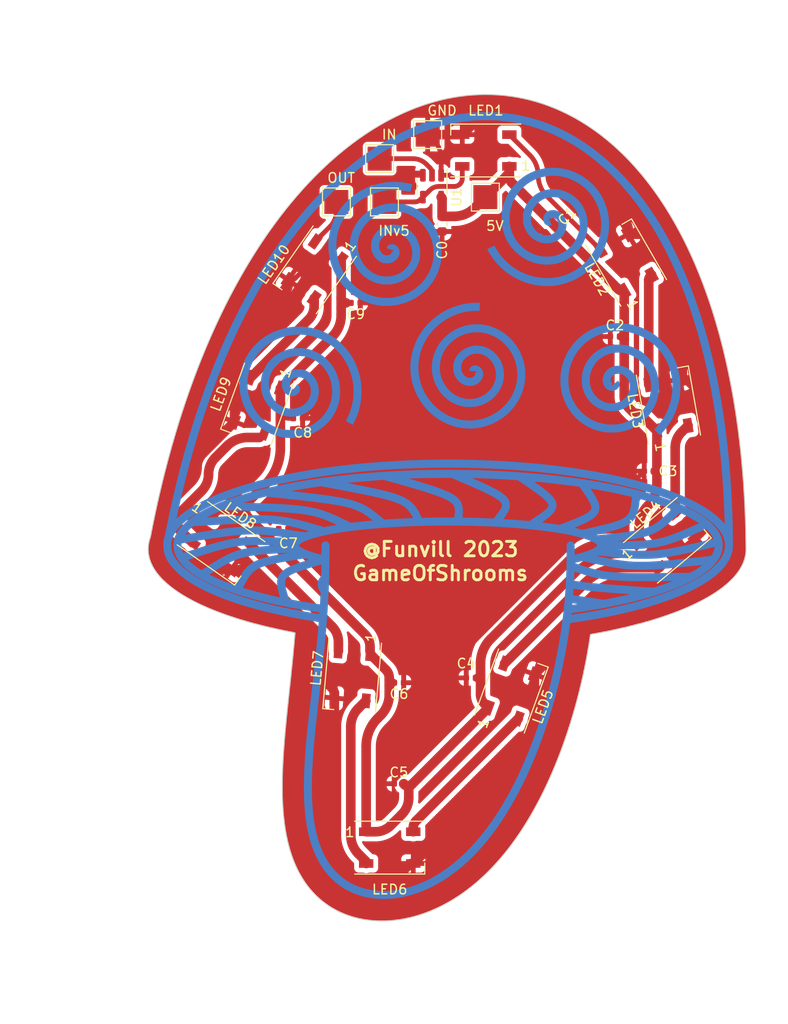
<source format=kicad_pcb>
(kicad_pcb (version 20221018) (generator pcbnew)
  (layers (0 "F.Cu" signal) (31 "B.Cu" signal) (34 "B.Paste" user) (35 "F.Paste" user) (36 "B.SilkS" user "B.Silkscreen") (37 "F.SilkS" user "F.Silkscreen") (38 "B.Mask" user) (39 "F.Mask" user) (44 "Edge.Cuts" user))
  (net 0 "")
  (net 1 "GND")
  (net 2 "+5V")
  (net 3 "LED_IN")
  (net 4 "LED_OUT")
  (net 5 "Net-(LED1-DOU)")
  (net 6 "Net-(LED1-DIN)")
  (net 7 "Net-(LED2-DOU)")
  (net 8 "Net-(LED3-DOU)")
  (net 9 "Net-(LED4-DOU)")
  (net 10 "Net-(LED5-DOU)")
  (net 11 "Net-(LED6-DOU)")
  (net 12 "Net-(LED7-DOU)")
  (net 13 "Net-(LED8-DOU)")
  (net 14 "Net-(LED10-DIN)")
  (footprint "GameOfShrooms2023:C_0603_1608Metric" (layer "F.Cu") (at 145.5 60.7875 -90)
    (fp_text reference "C0")
    (fp_text value "10uF,10V,X5R ")
  )
  (footprint "GameOfShrooms2023:C_0402_1005Metric" (layer "F.Cu") (at 163.485 72.5)
    (fp_text reference "C2")
    (fp_text value "1uF,25V,X5R ")
  )
  (footprint "LED_SMD:LED_WS2812B_PLCC4_5.0x5.0mm_P3.2mm" (layer "F.Cu") (at 168.937408 93.689144 40)
    (fp_text reference "LED4")
    (fp_text value "WS2812B")
  )
  (footprint "LED_SMD:LED_WS2812B_PLCC4_5.0x5.0mm_P3.2mm" (layer "F.Cu") (at 126.287457 79.63342 -110)
    (fp_text reference "LED9")
    (fp_text value "WS2812B")
  )
  (footprint "GameOfShrooms2023:C_0402_1005Metric" (layer "F.Cu") (at 141 119)
    (fp_text reference "C5")
    (fp_text value "1uF,25V,X5R ")
  )
  (footprint "LED_SMD:LED_WS2812B_PLCC4_5.0x5.0mm_P3.2mm" (layer "F.Cu") (at 132.243137 65.560521 -125)
    (fp_text reference "LED10")
    (fp_text value "WS2812B")
  )
  (footprint "GameOfShrooms2023:C_0402_1005Metric" (layer "F.Cu") (at 130.5 81 180)
    (fp_text reference "C8")
    (fp_text value "1uF,25V,X5R ")
  )
  (footprint "LED_SMD:LED_WS2812B_PLCC4_5.0x5.0mm_P3.2mm" (layer "F.Cu") (at 140.05 125.65)
    (fp_text reference "LED6")
    (fp_text value "WS2812B")
  )
  (footprint "GameOfShrooms2023:C_0402_1005Metric" (layer "F.Cu") (at 156.657053 61.342947 45)
    (fp_text reference "C1")
    (fp_text value "1uF,25V,X5R ")
  )
  (footprint "TestPoint:TestPoint_Pad_2.5x2.5mm" (layer "F.Cu") (at 144 51.5)
    (fp_text reference "GND")
    (fp_text value "TestPoint" hide)
  )
  (footprint "TestPoint:TestPoint_Pad_2.5x2.5mm" (layer "F.Cu") (at 139 54)
    (fp_text reference "IN")
    (fp_text value "TestPoint" hide)
  )
  (footprint "GameOfShrooms2023:C_0402_1005Metric" (layer "F.Cu") (at 128.985 92.5 180)
    (fp_text reference "C7")
    (fp_text value "1uF,25V,X5R ")
  )
  (footprint "GameOfShrooms2023:C_0402_1005Metric" (layer "F.Cu") (at 136.5 69 180)
    (fp_text reference "C9")
    (fp_text value "1uF,25V,X5R ")
  )
  (footprint "LED_SMD:LED_WS2812B_PLCC4_5.0x5.0mm_P3.2mm" (layer "F.Cu") (at 122.5 94 -35)
    (fp_text reference "LED8")
    (fp_text value "WS2812B")
  )
  (footprint "LED_SMD:LED_WS2812B_PLCC4_5.0x5.0mm_P3.2mm" (layer "F.Cu") (at 169.050371 79.62626 100)
    (fp_text reference "LED3")
    (fp_text value "WS2812B")
  )
  (footprint "LOGO" (layer "F.Cu") (at 142.6475 92.1482)
    (fp_text reference "G***" hide)
    (fp_text value "LOGO" hide)
  )
  (footprint "LED_SMD:LED_WS2812B_PLCC4_5.0x5.0mm_P3.2mm" (layer "F.Cu") (at 136.142747 107.79687 -95)
    (fp_text reference "LED7")
    (fp_text value "WS2812B")
  )
  (footprint "TestPoint:TestPoint_Pad_2.5x2.5mm" (layer "F.Cu") (at 150 58)
    (fp_text reference "5V")
    (fp_text value "TestPoint" hide)
  )
  (footprint "TestPoint:TestPoint_Pad_2.5x2.5mm" (layer "F.Cu") (at 139.5 58.5)
    (fp_text reference "INv5")
    (fp_text value "TestPoint" hide)
  )
  (footprint "GameOfShrooms2023:C_0402_1005Metric" (layer "F.Cu") (at 141.015 108.5 180)
    (fp_text reference "C6")
    (fp_text value "1uF,25V,X5R ")
  )
  (footprint "LED_SMD:LED_WS2812B_PLCC4_5.0x5.0mm_P3.2mm" (layer "F.Cu") (at 164.653942 64.796762 120)
    (fp_text reference "LED2")
    (fp_text value "WS2812B")
  )
  (footprint "GameOfShrooms2023:C_0402_1005Metric" (layer "F.Cu") (at 167.015 86.5)
    (fp_text reference "C3")
    (fp_text value "1uF,25V,X5R ")
  )
  (footprint "TestPoint:TestPoint_Pad_2.5x2.5mm" (layer "F.Cu") (at 134.5 58.5)
    (fp_text reference "OUT")
    (fp_text value "TestPoint" hide)
  )
  (footprint "GameOfShrooms2023:C_0402_1005Metric" (layer "F.Cu") (at 148.5 108)
    (fp_text reference "C4")
    (fp_text value "1uF,25V,X5R ")
  )
  (footprint "Package_TO_SOT_SMD:SOT-23-5" (layer "F.Cu") (at 144.45 56.8625 -90)
    (fp_text reference "U1")
    (fp_text value "74AHC1G125")
  )
  (footprint "LED_SMD:LED_WS2812B_PLCC4_5.0x5.0mm_P3.2mm" (layer "F.Cu") (at 152.712543 109.36658 70)
    (fp_text reference "LED5")
    (fp_text value "WS2812B")
  )
  (footprint "LED_SMD:LED_WS2812B_PLCC4_5.0x5.0mm_P3.2mm" (layer "F.Cu") (at 150.05 53.15 180)
    (fp_text reference "LED1")
    (fp_text value "WS2812B")
  )
  (gr_line (start 153.7599 123.854) (end 153.8706 123.6843) (stroke (width 0.1)) (layer "Edge.Cuts"))
  (gr_line (start 145.0312 131.918) (end 145.1756 131.8494) (stroke (width 0.1)) (layer "Edge.Cuts"))
  (gr_line (start 152.7022 47.51217) (end 152.0464 47.43009) (stroke (width 0.1)) (layer "Edge.Cuts"))
  (gr_line (start 139.5081 133.2779) (end 139.651 133.2739) (stroke (width 0.1)) (layer "Edge.Cuts"))
  (gr_line (start 132.3198 130.5734) (end 132.4166 130.6687) (stroke (width 0.1)) (layer "Edge.Cuts"))
  (gr_line (start 171.6567 100.391) (end 172.4708 99.9899) (stroke (width 0.1)) (layer "Edge.Cuts"))
  (gr_line (start 140.7063 49.60649) (end 140.0433 49.94356) (stroke (width 0.1)) (layer "Edge.Cuts"))
  (gr_line (start 155.9289 48.27317) (end 155.2914 48.0743) (stroke (width 0.1)) (layer "Edge.Cuts"))
  (gr_line (start 128.8678 119.8629) (end 128.8711 120.0563) (stroke (width 0.1)) (layer "Edge.Cuts"))
  (gr_line (start 156.6868 118.4565) (end 156.7769 118.2542) (stroke (width 0.1)) (layer "Edge.Cuts"))
  (gr_line (start 129.5502 125.4891) (end 129.5925 125.6444) (stroke (width 0.1)) (layer "Edge.Cuts"))
  (gr_line (start 154.6497 47.89874) (end 154.004 47.74651) (stroke (width 0.1)) (layer "Edge.Cuts"))
  (gr_line (start 138.7987 133.2739) (end 138.9399 133.2779) (stroke (width 0.1)) (layer "Edge.Cuts"))
  (gr_line (start 140.5146 133.2122) (end 140.6594 133.196) (stroke (width 0.1)) (layer "Edge.Cuts"))
  (gr_line (start 125.4216 64.765) (end 124.8971 65.6478) (stroke (width 0.1)) (layer "Edge.Cuts"))
  (gr_line (start 129.5376 109.8856) (end 129.5138 110.1098) (stroke (width 0.1)) (layer "Edge.Cuts"))
  (gr_line (start 156.0353 119.8443) (end 156.1306 119.649) (stroke (width 0.1)) (layer "Edge.Cuts"))
  (gr_line (start 172.934 67.7772) (end 172.5778 66.8202) (stroke (width 0.1)) (layer "Edge.Cuts"))
  (gr_line (start 144.3065 132.236) (end 144.4517 132.1758) (stroke (width 0.1)) (layer "Edge.Cuts"))
  (gr_line (start 116.3301 87.8576) (end 116.0152 89.1954) (stroke (width 0.1)) (layer "Edge.Cuts"))
  (gr_line (start 130.2083 127.4013) (end 130.2687 127.5385) (stroke (width 0.1)) (layer "Edge.Cuts"))
  (gr_line (start 173.9238 99.1443) (end 174.5591 98.7002) (stroke (width 0.1)) (layer "Edge.Cuts"))
  (gr_line (start 116.6572 86.5414) (end 116.3301 87.8576) (stroke (width 0.1)) (layer "Edge.Cuts"))
  (gr_line (start 138.6581 133.2679) (end 138.7987 133.2739) (stroke (width 0.1)) (layer "Edge.Cuts"))
  (gr_line (start 139.651 133.2739) (end 139.7943 133.2679) (stroke (width 0.1)) (layer "Edge.Cuts"))
  (gr_line (start 121.2587 100.7772) (end 122.1832 101.1483) (stroke (width 0.1)) (layer "Edge.Cuts"))
  (gr_line (start 143.4319 132.5625) (end 143.5779 132.5124) (stroke (width 0.1)) (layer "Edge.Cuts"))
  (gr_line (start 136.7409 133.0019) (end 136.8741 133.0322) (stroke (width 0.1)) (layer "Edge.Cuts"))
  (gr_line (start 138.0999 133.2267) (end 138.2387 133.2395) (stroke (width 0.1)) (layer "Edge.Cuts"))
  (gr_line (start 140.0815 133.2509) (end 140.2257 133.2397) (stroke (width 0.1)) (layer "Edge.Cuts"))
  (gr_line (start 175.9625 79.8084) (end 175.759 78.6007) (stroke (width 0.1)) (layer "Edge.Cuts"))
  (gr_line (start 129.5854 109.437) (end 129.5616 109.6613) (stroke (width 0.1)) (layer "Edge.Cuts"))
  (gr_line (start 131.9457 130.1759) (end 132.0374 130.2778) (stroke (width 0.1)) (layer "Edge.Cuts"))
  (gr_line (start 129.8249 126.4007) (end 129.8754 126.548) (stroke (width 0.1)) (layer "Edge.Cuts"))
  (gr_line (start 174.7965 73.9979) (end 174.52 72.9042) (stroke (width 0.1)) (layer "Edge.Cuts"))
  (gr_line (start 132.5145 130.7623) (end 132.6136 130.8545) (stroke (width 0.1)) (layer "Edge.Cuts"))
  (gr_line (start 131.1016 129.0695) (end 131.1799 129.1873) (stroke (width 0.1)) (layer "Edge.Cuts"))
  (gr_line (start 138.0674 51.09332) (end 137.4141 51.5227) (stroke (width 0.1)) (layer "Edge.Cuts"))
  (gr_line (start 145.3197 131.7791) (end 145.4637 131.7073) (stroke (width 0.1)) (layer "Edge.Cuts"))
  (gr_line (start 148.0005 130.1342) (end 148.1379 130.0315) (stroke (width 0.1)) (layer "Edge.Cuts"))
  (gr_line (start 129.3065 112.1142) (end 129.2846 112.3351) (stroke (width 0.1)) (layer "Edge.Cuts"))
  (gr_line (start 177.0911 95.1607) (end 177.1245 94.8816) (stroke (width 0.1)) (layer "Edge.Cuts"))
  (gr_line (start 149.7492 128.6774) (end 149.8803 128.5545) (stroke (width 0.1)) (layer "Edge.Cuts"))
  (gr_line (start 151.0343 127.3809) (end 151.1595 127.243) (stroke (width 0.1)) (layer "Edge.Cuts"))
  (gr_line (start 131.1799 129.1873) (end 131.2596 129.3035) (stroke (width 0.1)) (layer "Edge.Cuts"))
  (gr_line (start 129.0528 114.9477) (end 129.0366 115.1617) (stroke (width 0.1)) (layer "Edge.Cuts"))
  (gr_line (start 130.6601 128.331) (end 130.7302 128.4579) (stroke (width 0.1)) (layer "Edge.Cuts"))
  (gr_line (start 129.8754 126.548) (end 129.9273 126.6936) (stroke (width 0.1)) (layer "Edge.Cuts"))
  (gr_line (start 129.1044 114.3023) (end 129.0867 114.518) (stroke (width 0.1)) (layer "Edge.Cuts"))
  (gr_line (start 152.0464 47.43009) (end 151.3878 47.37143) (stroke (width 0.1)) (layer "Edge.Cuts"))
  (gr_line (start 129.2003 123.8637) (end 129.2294 124.032) (stroke (width 0.1)) (layer "Edge.Cuts"))
  (gr_line (start 148.8178 129.4947) (end 148.9523 129.3825) (stroke (width 0.1)) (layer "Edge.Cuts"))
  (gr_line (start 128.992 115.7993) (end 128.9784 116.0104) (stroke (width 0.1)) (layer "Edge.Cuts"))
  (gr_line (start 134.0075 131.8975) (end 134.1222 131.9659) (stroke (width 0.1)) (layer "Edge.Cuts"))
  (gr_line (start 137.8236 133.1956) (end 137.9614 133.212) (stroke (width 0.1)) (layer "Edge.Cuts"))
  (gr_line (start 174.52 72.9042) (end 174.2296 71.8332) (stroke (width 0.1)) (layer "Edge.Cuts"))
  (gr_line (start 129.5925 125.6444) (end 129.6363 125.7984) (stroke (width 0.1)) (layer "Edge.Cuts"))
  (gr_line (start 154.1987 123.1681) (end 154.3066 122.9935) (stroke (width 0.1)) (layer "Edge.Cuts"))
  (gr_line (start 114.9255 94.2779) (end 114.9096 94.5993) (stroke (width 0.1)) (layer "Edge.Cuts"))
  (gr_line (start 153.1964 124.6822) (end 153.3104 124.5191) (stroke (width 0.1)) (layer "Edge.Cuts"))
  (gr_line (start 114.9208 94.8815) (end 114.9542 95.1606) (stroke (width 0.1)) (layer "Edge.Cuts"))
  (gr_line (start 129.0743 123.0036) (end 129.097 123.1781) (stroke (width 0.1)) (layer "Edge.Cuts"))
  (gr_line (start 130.0245 105.1765) (end 130.0033 105.3991) (stroke (width 0.1)) (layer "Edge.Cuts"))
  (gr_line (start 133.7809 131.7558) (end 133.8937 131.8276) (stroke (width 0.1)) (layer "Edge.Cuts"))
  (gr_line (start 153.3548 47.61765) (end 152.7022 47.51217) (stroke (width 0.1)) (layer "Edge.Cuts"))
  (gr_line (start 115.5938 96.7661) (end 115.7692 97.0214) (stroke (width 0.1)) (layer "Edge.Cuts"))
  (gr_line (start 124.1879 101.8444) (end 125.5763 102.2546) (stroke (width 0.1)) (layer "Edge.Cuts"))
  (gr_line (start 118.1215 99.1442) (end 118.8182 99.5741) (stroke (width 0.1)) (layer "Edge.Cuts"))
  (gr_line (start 134.2381 132.0326) (end 134.3549 132.0974) (stroke (width 0.1)) (layer "Edge.Cuts"))
  (gr_line (start 152.6164 125.477) (end 152.7336 125.3209) (stroke (width 0.1)) (layer "Edge.Cuts"))
  (gr_line (start 157.7991 115.7597) (end 157.8793 115.5468) (stroke (width 0.1)) (layer "Edge.Cuts"))
  (gr_line (start 134.5915 132.2219) (end 134.711 132.2817) (stroke (width 0.1)) (layer "Edge.Cuts"))
  (gr_line (start 176.853 87.5328) (end 176.7451 86.1885) (stroke (width 0.1)) (layer "Edge.Cuts"))
  (gr_line (start 115.046 93.6476) (end 114.9717 93.9607) (stroke (width 0.1)) (layer "Edge.Cuts"))
  (gr_line (start 129.4901 110.3334) (end 129.4665 110.5571) (stroke (width 0.1)) (layer "Edge.Cuts"))
  (gr_line (start 157.0426 117.6423) (end 157.1297 117.4365) (stroke (width 0.1)) (layer "Edge.Cuts"))
  (gr_line (start 140.9494 133.1581) (end 141.0948 133.1368) (stroke (width 0.1)) (layer "Edge.Cuts"))
  (gr_line (start 159.1193 111.8277) (end 159.1847 111.6044) (stroke (width 0.1)) (layer "Edge.Cuts"))
  (gr_line (start 129.0324 122.6511) (end 129.0528 122.8281) (stroke (width 0.1)) (layer "Edge.Cuts"))
  (gr_line (start 175.6413 97.7649) (end 175.8705 97.5209) (stroke (width 0.1)) (layer "Edge.Cuts"))
  (gr_line (start 128.1528 60.6769) (end 127.5928 61.4511) (stroke (width 0.1)) (layer "Edge.Cuts"))
  (gr_line (start 145.3842 47.89546) (end 144.7138 48.07029) (stroke (width 0.1)) (layer "Edge.Cuts"))
  (gr_line (start 114.9717 93.9607) (end 114.9255 94.2779) (stroke (width 0.1)) (layer "Edge.Cuts"))
  (gr_line (start 171.8285 64.9745) (end 171.4358 64.0859) (stroke (width 0.1)) (layer "Edge.Cuts"))
  (gr_line (start 157.3866 116.8138) (end 157.4706 116.6046) (stroke (width 0.1)) (layer "Edge.Cuts"))
  (gr_line (start 133.449 131.5303) (end 133.5586 131.6071) (stroke (width 0.1)) (layer "Edge.Cuts"))
  (gr_line (start 130.1908 103.3116) (end 130.1826 103.412) (stroke (width 0.1)) (layer "Edge.Cuts"))
  (gr_line (start 153.8706 123.6843) (end 153.9807 123.5135) (stroke (width 0.1)) (layer "Edge.Cuts"))
  (gr_line (start 167.4032 57.1135) (end 166.9038 56.4529) (stroke (width 0.1)) (layer "Edge.Cuts"))
  (gr_line (start 155.2914 48.0743) (end 154.6497 47.89874) (stroke (width 0.1)) (layer "Edge.Cuts"))
  (gr_line (start 128.8654 119.6684) (end 128.8678 119.8629) (stroke (width 0.1)) (layer "Edge.Cuts"))
  (gr_line (start 129.9808 126.838) (end 130.0355 126.9809) (stroke (width 0.1)) (layer "Edge.Cuts"))
  (gr_line (start 176.9441 88.9) (end 176.853 87.5328) (stroke (width 0.1)) (layer "Edge.Cuts"))
  (gr_line (start 143.7238 132.4604) (end 143.8696 132.4068) (stroke (width 0.1)) (layer "Edge.Cuts"))
  (gr_line (start 128.8642 119.4729) (end 128.8654 119.6684) (stroke (width 0.1)) (layer "Edge.Cuts"))
  (gr_line (start 149.3532 129.037) (end 149.4857 128.9185) (stroke (width 0.1)) (layer "Edge.Cuts"))
  (gr_line (start 164.2713 53.4934) (end 163.7194 52.9704) (stroke (width 0.1)) (layer "Edge.Cuts"))
  (gr_line (start 128.9244 121.3807) (end 128.9363 121.5657) (stroke (width 0.1)) (layer "Edge.Cuts"))
  (gr_line (start 162.5926 51.99342) (end 162.0181 51.53951) (stroke (width 0.1)) (layer "Edge.Cuts"))
  (gr_line (start 158.4923 113.8172) (end 158.5651 113.5981) (stroke (width 0.1)) (layer "Edge.Cuts"))
  (gr_line (start 128.8883 117.8749) (end 128.8822 118.0779) (stroke (width 0.1)) (layer "Edge.Cuts"))
  (gr_line (start 129.1227 114.0857) (end 129.1044 114.3023) (stroke (width 0.1)) (layer "Edge.Cuts"))
  (gr_line (start 156.562 48.49534) (end 155.9289 48.27317) (stroke (width 0.1)) (layer "Edge.Cuts"))
  (gr_line (start 129.9376 106.0687) (end 129.9153 106.2924) (stroke (width 0.1)) (layer "Edge.Cuts"))
  (gr_line (start 160.9429 103.4868) (end 162.8069 103.1336) (stroke (width 0.1)) (layer "Edge.Cuts"))
  (gr_line (start 176.48 83.5681) (end 176.3232 82.2921) (stroke (width 0.1)) (layer "Edge.Cuts"))
  (gr_line (start 127.0446 102.6355) (end 128.5854 102.9877) (stroke (width 0.1)) (layer "Edge.Cuts"))
  (gr_line (start 151.7774 126.5322) (end 151.8992 126.3855) (stroke (width 0.1)) (layer "Edge.Cuts"))
  (gr_line (start 176.6207 84.8669) (end 176.48 83.5681) (stroke (width 0.1)) (layer "Edge.Cuts"))
  (gr_line (start 176.9597 95.7094) (end 177.036 95.4367) (stroke (width 0.1)) (layer "Edge.Cuts"))
  (gr_line (start 144.1611 132.2947) (end 144.3065 132.236) (stroke (width 0.1)) (layer "Edge.Cuts"))
  (gr_line (start 129.2419 112.7758) (end 129.2211 112.9955) (stroke (width 0.1)) (layer "Edge.Cuts"))
  (gr_line (start 118.4683 80.2849) (end 118.0834 81.4929) (stroke (width 0.1)) (layer "Edge.Cuts"))
  (gr_line (start 175.8705 97.5209) (end 176.0823 97.2731) (stroke (width 0.1)) (layer "Edge.Cuts"))
  (gr_line (start 135.4736 52.9489) (end 134.834 53.4703) (stroke (width 0.1)) (layer "Edge.Cuts"))
  (gr_line (start 159.053 112.0506) (end 159.1193 111.8277) (stroke (width 0.1)) (layer "Edge.Cuts"))
  (gr_line (start 128.9416 116.6392) (end 128.9308 116.8471) (stroke (width 0.1)) (layer "Edge.Cuts"))
  (gr_line (start 177.1357 94.5964) (end 177.1142 93.1382) (stroke (width 0.1)) (layer "Edge.Cuts"))
  (gr_line (start 128.8951 120.8195) (end 128.9037 121.0078) (stroke (width 0.1)) (layer "Edge.Cuts"))
  (gr_line (start 137.0079 133.0608) (end 137.1424 133.0875) (stroke (width 0.1)) (layer "Edge.Cuts"))
  (gr_line (start 176.7452 96.2448) (end 176.8626 95.9788) (stroke (width 0.1)) (layer "Edge.Cuts"))
  (gr_line (start 140.8044 133.1779) (end 140.9494 133.1581) (stroke (width 0.1)) (layer "Edge.Cuts"))
  (gr_line (start 152.3799 125.7856) (end 152.4983 125.6319) (stroke (width 0.1)) (layer "Edge.Cuts"))
  (gr_line (start 141.8237 133.0039) (end 141.9698 132.9721) (stroke (width 0.1)) (layer "Edge.Cuts"))
  (gr_line (start 160.4462 106.4119) (end 160.49 106.1861) (stroke (width 0.1)) (layer "Edge.Cuts"))
  (gr_line (start 129.5092 125.3323) (end 129.5502 125.4891) (stroke (width 0.1)) (layer "Edge.Cuts"))
  (gr_line (start 130.8017 128.5833) (end 130.8747 128.7071) (stroke (width 0.1)) (layer "Edge.Cuts"))
  (gr_line (start 129.0135 122.4731) (end 129.0324 122.6511) (stroke (width 0.1)) (layer "Edge.Cuts"))
  (gr_line (start 174.5591 98.7002) (end 175.1323 98.2408) (stroke (width 0.1)) (layer "Edge.Cuts"))
  (gr_line (start 130.1262 104.0698) (end 130.1066 104.2903) (stroke (width 0.1)) (layer "Edge.Cuts"))
  (gr_line (start 156.9549 117.8473) (end 157.0426 117.6423) (stroke (width 0.1)) (layer "Edge.Cuts"))
  (gr_line (start 128.9956 122.294) (end 129.0135 122.4731) (stroke (width 0.1)) (layer "Edge.Cuts"))
  (gr_line (start 149.3986 47.33541) (end 148.7318 47.37046) (stroke (width 0.1)) (layer "Edge.Cuts"))
  (gr_line (start 116.9963 85.2468) (end 116.6572 86.5414) (stroke (width 0.1)) (layer "Edge.Cuts"))
  (gr_line (start 158.8489 112.7168) (end 158.9177 112.4952) (stroke (width 0.1)) (layer "Edge.Cuts"))
  (gr_line (start 160.6158 105.5104) (end 160.6558 105.2859) (stroke (width 0.1)) (layer "Edge.Cuts"))
  (gr_line (start 149.22 129.1536) (end 149.3532 129.037) (stroke (width 0.1)) (layer "Edge.Cuts"))
  (gr_line (start 159.735 109.5803) (end 159.7918 109.3542) (stroke (width 0.1)) (layer "Edge.Cuts"))
  (gr_line (start 163.7194 52.9704) (end 163.1598 52.4704) (stroke (width 0.1)) (layer "Edge.Cuts"))
  (gr_line (start 158.1152 114.903) (end 158.1922 114.6871) (stroke (width 0.1)) (layer "Edge.Cuts"))
  (gr_line (start 129.7756 126.2523) (end 129.8249 126.4007) (stroke (width 0.1)) (layer "Edge.Cuts"))
  (gr_line (start 134.1222 131.9659) (end 134.2381 132.0326) (stroke (width 0.1)) (layer "Edge.Cuts"))
  (gr_line (start 128.5854 102.9877) (end 130.1908 103.3116) (stroke (width 0.1)) (layer "Edge.Cuts"))
  (gr_line (start 150.7818 127.6521) (end 150.9083 127.5172) (stroke (width 0.1)) (layer "Edge.Cuts"))
  (gr_line (start 134.1986 54.0147) (end 133.5674 54.582) (stroke (width 0.1)) (layer "Edge.Cuts"))
  (gr_line (start 152.4983 125.6319) (end 152.6164 125.477) (stroke (width 0.1)) (layer "Edge.Cuts"))
  (gr_line (start 142.2621 132.9038) (end 142.4083 132.8672) (stroke (width 0.1)) (layer "Edge.Cuts"))
  (gr_line (start 159.8476 109.128) (end 159.9027 108.9018) (stroke (width 0.1)) (layer "Edge.Cuts"))
  (gr_line (start 152.8504 125.1631) (end 152.9664 125.0042) (stroke (width 0.1)) (layer "Edge.Cuts"))
  (gr_line (start 139.0813 133.2799) (end 139.2234 133.2809) (stroke (width 0.1)) (layer "Edge.Cuts"))
  (gr_line (start 145.6074 131.6336) (end 145.7507 131.5585) (stroke (width 0.1)) (layer "Edge.Cuts"))
  (gr_line (start 120.1144 75.6693) (end 119.6873 76.7907) (stroke (width 0.1)) (layer "Edge.Cuts"))
  (gr_line (start 150.0108 128.4301) (end 150.1406 128.3043) (stroke (width 0.1)) (layer "Edge.Cuts"))
  (gr_line (start 119.6873 76.7907) (end 119.2705 77.9338) (stroke (width 0.1)) (layer "Edge.Cuts"))
  (gr_line (start 130.1494 127.2626) (end 130.2083 127.4013) (stroke (width 0.1)) (layer "Edge.Cuts"))
  (gr_line (start 146.8871 130.898) (end 147.0276 130.8081) (stroke (width 0.1)) (layer "Edge.Cuts"))
  (gr_line (start 159.4381 110.7076) (end 159.4994 110.4826) (stroke (width 0.1)) (layer "Edge.Cuts"))
  (gr_line (start 160.8482 50.70093) (end 160.2533 50.31631) (stroke (width 0.1)) (layer "Edge.Cuts"))
  (gr_line (start 129.9153 106.2924) (end 129.8926 106.5166) (stroke (width 0.1)) (layer "Edge.Cuts"))
  (gr_line (start 129.6813 125.951) (end 129.7278 126.1023) (stroke (width 0.1)) (layer "Edge.Cuts"))
  (gr_line (start 157.3016 117.0221) (end 157.3866 116.8138) (stroke (width 0.1)) (layer "Edge.Cuts"))
  (gr_line (start 128.9531 116.4302) (end 128.9416 116.6392) (stroke (width 0.1)) (layer "Edge.Cuts"))
  (gr_line (start 132.3191 55.7853) (end 131.7024 56.4213) (stroke (width 0.1)) (layer "Edge.Cuts"))
  (gr_line (start 159.9566 108.6754) (end 160.0098 108.449) (stroke (width 0.1)) (layer "Edge.Cuts"))
  (gr_line (start 148.1379 130.0315) (end 148.2749 129.9274) (stroke (width 0.1)) (layer "Edge.Cuts"))
  (gr_line (start 159.5596 110.2574) (end 159.6189 110.0319) (stroke (width 0.1)) (layer "Edge.Cuts"))
  (gr_line (start 120.9982 73.4915) (end 120.5514 74.5696) (stroke (width 0.1)) (layer "Edge.Cuts"))
  (gr_line (start 129.9818 105.622) (end 129.96 105.8453) (stroke (width 0.1)) (layer "Edge.Cuts"))
  (gr_line (start 160.213 107.5428) (end 160.2616 107.3164) (stroke (width 0.1)) (layer "Edge.Cuts"))
  (gr_line (start 140.3701 133.2269) (end 140.5146 133.2122) (stroke (width 0.1)) (layer "Edge.Cuts"))
  (gr_line (start 146.0546 47.74388) (end 145.3842 47.89546) (stroke (width 0.1)) (layer "Edge.Cuts"))
  (gr_line (start 144.4517 132.1758) (end 144.5969 132.1139) (stroke (width 0.1)) (layer "Edge.Cuts"))
  (gr_line (start 139.2234 133.2809) (end 139.3656 133.2799) (stroke (width 0.1)) (layer "Edge.Cuts"))
  (gr_line (start 115.963 97.273) (end 116.1748 97.5208) (stroke (width 0.1)) (layer "Edge.Cuts"))
  (gr_line (start 151.4085 126.9629) (end 151.532 126.8207) (stroke (width 0.1)) (layer "Edge.Cuts"))
  (gr_line (start 160.8755 103.9465) (end 160.9087 103.7249) (stroke (width 0.1)) (layer "Edge.Cuts"))
  (gr_line (start 161.4365 51.10867) (end 160.8482 50.70093) (stroke (width 0.1)) (layer "Edge.Cuts"))
  (gr_line (start 175.759 78.6007) (end 175.5404 77.4158) (stroke (width 0.1)) (layer "Edge.Cuts"))
  (gr_line (start 148.0637 47.42885) (end 147.3946 47.51056) (stroke (width 0.1)) (layer "Edge.Cuts"))
  (gr_line (start 162.8069 103.1336) (end 164.5853 102.7413) (stroke (width 0.1)) (layer "Edge.Cuts"))
  (gr_line (start 129.2914 124.3647) (end 129.3244 124.5293) (stroke (width 0.1)) (layer "Edge.Cuts"))
  (gr_line (start 133.3406 131.4518) (end 133.449 131.5303) (stroke (width 0.1)) (layer "Edge.Cuts"))
  (gr_line (start 128.9784 116.0104) (end 128.9655 116.2206) (stroke (width 0.1)) (layer "Edge.Cuts"))
  (gr_line (start 129.0695 114.7333) (end 129.0528 114.9477) (stroke (width 0.1)) (layer "Edge.Cuts"))
  (gr_line (start 128.8755 120.2486) (end 128.881 120.4401) (stroke (width 0.1)) (layer "Edge.Cuts"))
  (gr_line (start 148.9523 129.3825) (end 149.0865 129.2689) (stroke (width 0.1)) (layer "Edge.Cuts"))
  (gr_line (start 155.2475 121.3674) (end 155.3485 121.181) (stroke (width 0.1)) (layer "Edge.Cuts"))
  (gr_line (start 154.4139 122.8176) (end 154.5206 122.6406) (stroke (width 0.1)) (layer "Edge.Cuts"))
  (gr_line (start 129.1804 113.4332) (end 129.1608 113.6512) (stroke (width 0.1)) (layer "Edge.Cuts"))
  (gr_line (start 136.6085 132.9699) (end 136.7409 133.0019) (stroke (width 0.1)) (layer "Edge.Cuts"))
  (gr_line (start 158.4184 114.0356) (end 158.4923 113.8172) (stroke (width 0.1)) (layer "Edge.Cuts"))
  (gr_line (start 130.0867 104.5111) (end 130.0663 104.7325) (stroke (width 0.1)) (layer "Edge.Cuts"))
  (gr_line (start 123.1602 101.5042) (end 124.1879 101.8444) (stroke (width 0.1)) (layer "Edge.Cuts"))
  (gr_line (start 134.8318 132.3398) (end 134.9532 132.396) (stroke (width 0.1)) (layer "Edge.Cuts"))
  (gr_line (start 131.7664 129.9674) (end 131.8554 130.0724) (stroke (width 0.1)) (layer "Edge.Cuts"))
  (gr_line (start 156.8663 118.0512) (end 156.9549 117.8473) (stroke (width 0.1)) (layer "Edge.Cuts"))
  (gr_line (start 130.9488 128.8296) (end 131.0246 128.9503) (stroke (width 0.1)) (layer "Edge.Cuts"))
  (gr_line (start 155.4487 120.9933) (end 155.5482 120.8045) (stroke (width 0.1)) (layer "Edge.Cuts"))
  (gr_line (start 133.2333 131.3714) (end 133.3406 131.4518) (stroke (width 0.1)) (layer "Edge.Cuts"))
  (gr_line (start 127.0395 62.247) (end 126.4931 63.0646) (stroke (width 0.1)) (layer "Edge.Cuts"))
  (gr_line (start 129.6334 108.9879) (end 129.6094 109.2125) (stroke (width 0.1)) (layer "Edge.Cuts"))
  (gr_line (start 160.6558 105.2859) (end 160.6947 105.0616) (stroke (width 0.1)) (layer "Edge.Cuts"))
  (gr_line (start 134.4726 132.1605) (end 134.5915 132.2219) (stroke (width 0.1)) (layer "Edge.Cuts"))
  (gr_line (start 151.8992 126.3855) (end 152.0202 126.2378) (stroke (width 0.1)) (layer "Edge.Cuts"))
  (gr_line (start 140.2257 133.2397) (end 140.3701 133.2269) (stroke (width 0.1)) (layer "Edge.Cuts"))
  (gr_line (start 159.376 110.9323) (end 159.4381 110.7076) (stroke (width 0.1)) (layer "Edge.Cuts"))
  (gr_line (start 133.127 131.2895) (end 133.2333 131.3714) (stroke (width 0.1)) (layer "Edge.Cuts"))
  (gr_line (start 156.412 119.0573) (end 156.5044 118.858) (stroke (width 0.1)) (layer "Edge.Cuts"))
  (gr_line (start 159.7918 109.3542) (end 159.8476 109.128) (stroke (width 0.1)) (layer "Edge.Cuts"))
  (gr_line (start 141.0948 133.1368) (end 141.2404 133.1136) (stroke (width 0.1)) (layer "Edge.Cuts"))
  (gr_line (start 167.8929 57.797) (end 167.4032 57.1135) (stroke (width 0.1)) (layer "Edge.Cuts"))
  (gr_line (start 160.2533 50.31631) (end 159.6522 49.95484) (stroke (width 0.1)) (layer "Edge.Cuts"))
  (gr_line (start 155.0431 121.7372) (end 155.1456 121.5528) (stroke (width 0.1)) (layer "Edge.Cuts"))
  (gr_line (start 129.96 105.8453) (end 129.9376 106.0687) (stroke (width 0.1)) (layer "Edge.Cuts"))
  (gr_line (start 160.8061 104.3911) (end 160.8414 104.1685) (stroke (width 0.1)) (layer "Edge.Cuts"))
  (gr_line (start 132.8154 131.0334) (end 132.9181 131.1205) (stroke (width 0.1)) (layer "Edge.Cuts"))
  (gr_line (start 128.9637 121.9321) (end 128.979 122.1137) (stroke (width 0.1)) (layer "Edge.Cuts"))
  (gr_line (start 131.6786 129.8607) (end 131.7664 129.9674) (stroke (width 0.1)) (layer "Edge.Cuts"))
  (gr_line (start 149.4857 128.9185) (end 149.6177 128.7988) (stroke (width 0.1)) (layer "Edge.Cuts"))
  (gr_line (start 158.9857 112.2732) (end 159.053 112.0506) (stroke (width 0.1)) (layer "Edge.Cuts"))
  (gr_line (start 143.8696 132.4068) (end 144.0154 132.3517) (stroke (width 0.1)) (layer "Edge.Cuts"))
  (gr_line (start 156.7769 118.2542) (end 156.8663 118.0512) (stroke (width 0.1)) (layer "Edge.Cuts"))
  (gr_line (start 151.6551 126.6772) (end 151.7774 126.5322) (stroke (width 0.1)) (layer "Edge.Cuts"))
  (gr_line (start 151.2843 127.1037) (end 151.4085 126.9629) (stroke (width 0.1)) (layer "Edge.Cuts"))
  (gr_line (start 137.4141 51.5227) (end 136.7639 51.97511) (stroke (width 0.1)) (layer "Edge.Cuts"))
  (gr_line (start 130.0917 127.1225) (end 130.1494 127.2626) (stroke (width 0.1)) (layer "Edge.Cuts"))
  (gr_line (start 166.2711 102.3112) (end 167.0771 102.0824) (stroke (width 0.1)) (layer "Edge.Cuts"))
  (gr_line (start 154.3066 122.9935) (end 154.4139 122.8176) (stroke (width 0.1)) (layer "Edge.Cuts"))
  (gr_line (start 155.9394 120.0385) (end 156.0353 119.8443) (stroke (width 0.1)) (layer "Edge.Cuts"))
  (gr_line (start 157.1297 117.4365) (end 157.2162 117.2296) (stroke (width 0.1)) (layer "Edge.Cuts"))
  (gr_line (start 138.2387 133.2395) (end 138.3781 133.2509) (stroke (width 0.1)) (layer "Edge.Cuts"))
  (gr_line (start 129.6363 125.7984) (end 129.6813 125.951) (stroke (width 0.1)) (layer "Edge.Cuts"))
  (gr_line (start 160.5329 105.9605) (end 160.5748 105.7354) (stroke (width 0.1)) (layer "Edge.Cuts"))
  (gr_line (start 129.2846 112.3351) (end 129.2632 112.5557) (stroke (width 0.1)) (layer "Edge.Cuts"))
  (gr_line (start 120.3886 100.3909) (end 121.2587 100.7772) (stroke (width 0.1)) (layer "Edge.Cuts"))
  (gr_line (start 136.7639 51.97511) (end 136.1169 52.4505) (stroke (width 0.1)) (layer "Edge.Cuts"))
  (gr_line (start 147.7246 130.3349) (end 147.8628 130.2354) (stroke (width 0.1)) (layer "Edge.Cuts"))
  (gr_line (start 176.8626 95.9788) (end 176.9597 95.7094) (stroke (width 0.1)) (layer "Edge.Cuts"))
  (gr_line (start 152.1408 126.0884) (end 152.2606 125.9377) (stroke (width 0.1)) (layer "Edge.Cuts"))
  (gr_line (start 150.0632 47.32448) (end 150.064 47.32372) (stroke (width 0.1)) (layer "Edge.Cuts"))
  (gr_line (start 168.8851 101.5043) (end 169.8621 101.1484) (stroke (width 0.1)) (layer "Edge.Cuts"))
  (gr_line (start 138.7236 50.68699) (end 138.0674 51.09332) (stroke (width 0.1)) (layer "Edge.Cuts"))
  (gr_line (start 142.9933 132.7032) (end 143.1396 132.658) (stroke (width 0.1)) (layer "Edge.Cuts"))
  (gr_line (start 130.0456 104.9543) (end 130.0245 105.1765) (stroke (width 0.1)) (layer "Edge.Cuts"))
  (gr_line (start 150.7267 47.33622) (end 150.0632 47.32448) (stroke (width 0.1)) (layer "Edge.Cuts"))
  (gr_line (start 128.9655 116.2206) (end 128.9531 116.4302) (stroke (width 0.1)) (layer "Edge.Cuts"))
  (gr_line (start 141.386 133.0887) (end 141.5319 133.062) (stroke (width 0.1)) (layer "Edge.Cuts"))
  (gr_line (start 156.5044 118.858) (end 156.5959 118.6576) (stroke (width 0.1)) (layer "Edge.Cuts"))
  (gr_line (start 118.8182 99.5741) (end 119.5744 99.9898) (stroke (width 0.1)) (layer "Edge.Cuts"))
  (gr_line (start 158.7086 113.1585) (end 158.7793 112.938) (stroke (width 0.1)) (layer "Edge.Cuts"))
  (gr_line (start 177.1357 94.5974) (end 177.1357 94.5964) (stroke (width 0.1)) (layer "Edge.Cuts"))
  (gr_line (start 115.0856 95.7093) (end 115.1827 95.9787) (stroke (width 0.1)) (layer "Edge.Cuts"))
  (gr_line (start 135.7007 132.6974) (end 135.828 132.7416) (stroke (width 0.1)) (layer "Edge.Cuts"))
  (gr_line (start 176.4515 96.7662) (end 176.608 96.5073) (stroke (width 0.1)) (layer "Edge.Cuts"))
  (gr_line (start 148.2749 129.9274) (end 148.4112 129.8215) (stroke (width 0.1)) (layer "Edge.Cuts"))
  (gr_line (start 152.2606 125.9377) (end 152.3799 125.7856) (stroke (width 0.1)) (layer "Edge.Cuts"))
  (gr_line (start 128.8876 120.6303) (end 128.8951 120.8195) (stroke (width 0.1)) (layer "Edge.Cuts"))
  (gr_line (start 144.8866 131.9849) (end 145.0312 131.918) (stroke (width 0.1)) (layer "Edge.Cuts"))
  (gr_line (start 155.3485 121.181) (end 155.4487 120.9933) (stroke (width 0.1)) (layer "Edge.Cuts"))
  (gr_line (start 147.5859 130.4327) (end 147.7246 130.3349) (stroke (width 0.1)) (layer "Edge.Cuts"))
  (gr_line (start 128.9134 121.1949) (end 128.9244 121.3807) (stroke (width 0.1)) (layer "Edge.Cuts"))
  (gr_line (start 153.4238 124.3548) (end 153.5366 124.1892) (stroke (width 0.1)) (layer "Edge.Cuts"))
  (gr_line (start 135.0757 132.4505) (end 135.199 132.5033) (stroke (width 0.1)) (layer "Edge.Cuts"))
  (gr_line (start 115.1461 93.3386) (end 115.046 93.6476) (stroke (width 0.1)) (layer "Edge.Cuts"))
  (gr_line (start 129.3587 124.6926) (end 129.3943 124.8544) (stroke (width 0.1)) (layer "Edge.Cuts"))
  (gr_line (start 144.0154 132.3517) (end 144.1611 132.2947) (stroke (width 0.1)) (layer "Edge.Cuts"))
  (gr_line (start 169.7504 60.7591) (end 169.3016 59.9844) (stroke (width 0.1)) (layer "Edge.Cuts"))
  (gr_line (start 156.2251 119.4527) (end 156.319 119.2555) (stroke (width 0.1)) (layer "Edge.Cuts"))
  (gr_line (start 145.7507 131.5585) (end 145.8938 131.4817) (stroke (width 0.1)) (layer "Edge.Cuts"))
  (gr_line (start 171.4358 64.0859) (end 171.0314 63.22) (stroke (width 0.1)) (layer "Edge.Cuts"))
  (gr_line (start 129.0366 115.1617) (end 129.0213 115.3749) (stroke (width 0.1)) (layer "Edge.Cuts"))
  (gr_line (start 157.6364 116.1838) (end 157.7181 115.9721) (stroke (width 0.1)) (layer "Edge.Cuts"))
  (gr_line (start 146.1791 131.323) (end 146.3214 131.2414) (stroke (width 0.1)) (layer "Edge.Cuts"))
  (gr_line (start 134.3549 132.0974) (end 134.4726 132.1605) (stroke (width 0.1)) (layer "Edge.Cuts"))
  (gr_line (start 150.064 47.32372) (end 150.064 47.32372) (stroke (width 0.1)) (layer "Edge.Cuts"))
  (gr_line (start 121.4545 72.4352) (end 120.9982 73.4915) (stroke (width 0.1)) (layer "Edge.Cuts"))
  (gr_line (start 135.3232 132.5545) (end 135.4481 132.6039) (stroke (width 0.1)) (layer "Edge.Cuts"))
  (gr_line (start 132.9408 55.1722) (end 132.3191 55.7853) (stroke (width 0.1)) (layer "Edge.Cuts"))
  (gr_line (start 129.3244 124.5293) (end 129.3587 124.6926) (stroke (width 0.1)) (layer "Edge.Cuts"))
  (gr_line (start 158.4323 49.3014) (end 157.814 49.00947) (stroke (width 0.1)) (layer "Edge.Cuts"))
  (gr_line (start 137.2775 133.1126) (end 137.4132 133.136) (stroke (width 0.1)) (layer "Edge.Cuts"))
  (gr_line (start 158.7793 112.938) (end 158.8489 112.7168) (stroke (width 0.1)) (layer "Edge.Cuts"))
  (gr_line (start 129.8236 107.1895) (end 129.8002 107.4143) (stroke (width 0.1)) (layer "Edge.Cuts"))
  (gr_line (start 128.9308 116.8471) (end 128.9206 117.0544) (stroke (width 0.1)) (layer "Edge.Cuts"))
  (gr_line (start 128.9027 117.4664) (end 128.8952 117.6712) (stroke (width 0.1)) (layer "Edge.Cuts"))
  (gr_line (start 139.9378 133.2599) (end 140.0815 133.2509) (stroke (width 0.1)) (layer "Edge.Cuts"))
  (gr_line (start 120.5514 74.5696) (end 120.1144 75.6693) (stroke (width 0.1)) (layer "Edge.Cuts"))
  (gr_line (start 122.1832 101.1483) (end 123.1602 101.5042) (stroke (width 0.1)) (layer "Edge.Cuts"))
  (gr_line (start 130.8747 128.7071) (end 130.9488 128.8296) (stroke (width 0.1)) (layer "Edge.Cuts"))
  (gr_line (start 169.3016 59.9844) (end 168.8423 59.2325) (stroke (width 0.1)) (layer "Edge.Cuts"))
  (gr_line (start 137.1424 133.0875) (end 137.2775 133.1126) (stroke (width 0.1)) (layer "Edge.Cuts"))
  (gr_line (start 129.121 123.3513) (end 129.146 123.5234) (stroke (width 0.1)) (layer "Edge.Cuts"))
  (gr_line (start 142.0376 49.00173) (end 141.3712 49.29254) (stroke (width 0.1)) (layer "Edge.Cuts"))
  (gr_line (start 173.2271 99.5742) (end 173.9238 99.1443) (stroke (width 0.1)) (layer "Edge.Cuts"))
  (gr_line (start 132.0374 130.2778) (end 132.1302 130.3779) (stroke (width 0.1)) (layer "Edge.Cuts"))
  (gr_line (start 129.146 123.5234) (end 129.1726 123.6941) (stroke (width 0.1)) (layer "Edge.Cuts"))
  (gr_line (start 119.2705 77.9338) (end 118.8641 79.0985) (stroke (width 0.1)) (layer "Edge.Cuts"))
  (gr_line (start 156.319 119.2555) (end 156.412 119.0573) (stroke (width 0.1)) (layer "Edge.Cuts"))
  (gr_line (start 130.0033 105.3991) (end 129.9818 105.622) (stroke (width 0.1)) (layer "Edge.Cuts"))
  (gr_line (start 148.4112 129.8215) (end 148.5472 129.7142) (stroke (width 0.1)) (layer "Edge.Cuts"))
  (gr_line (start 115.1827 95.9787) (end 115.3001 96.2447) (stroke (width 0.1)) (layer "Edge.Cuts"))
  (gr_line (start 171.0314 63.22) (end 170.6155 62.3769) (stroke (width 0.1)) (layer "Edge.Cuts"))
  (gr_line (start 130.1066 104.2903) (end 130.0867 104.5111) (stroke (width 0.1)) (layer "Edge.Cuts"))
  (gr_line (start 129.7767 107.639) (end 129.7529 107.8638) (stroke (width 0.1)) (layer "Edge.Cuts"))
  (gr_line (start 137.9614 133.212) (end 138.0999 133.2267) (stroke (width 0.1)) (layer "Edge.Cuts"))
  (gr_line (start 115.4373 96.5072) (end 115.5938 96.7661) (stroke (width 0.1)) (layer "Edge.Cuts"))
  (gr_line (start 114.9542 95.1606) (end 115.0093 95.4366) (stroke (width 0.1)) (layer "Edge.Cuts"))
  (gr_line (start 131.7024 56.4213) (end 131.0911 57.0802) (stroke (width 0.1)) (layer "Edge.Cuts"))
  (gr_line (start 157.8793 115.5468) (end 157.9586 115.3328) (stroke (width 0.1)) (layer "Edge.Cuts"))
  (gr_line (start 148.7318 47.37046) (end 148.0637 47.42885) (stroke (width 0.1)) (layer "Edge.Cuts"))
  (gr_line (start 160.49 106.1861) (end 160.5329 105.9605) (stroke (width 0.1)) (layer "Edge.Cuts"))
  (gr_line (start 157.4706 116.6046) (end 157.5539 116.3946) (stroke (width 0.1)) (layer "Edge.Cuts"))
  (gr_line (start 144.5969 132.1139) (end 144.7419 132.0501) (stroke (width 0.1)) (layer "Edge.Cuts"))
  (gr_line (start 128.8654 119.0792) (end 128.8642 119.2764) (stroke (width 0.1)) (layer "Edge.Cuts"))
  (gr_line (start 129.0528 122.8281) (end 129.0743 123.0036) (stroke (width 0.1)) (layer "Edge.Cuts"))
  (gr_line (start 130.3935 127.8085) (end 130.4581 127.9413) (stroke (width 0.1)) (layer "Edge.Cuts"))
  (gr_line (start 132.1302 130.3779) (end 132.2245 130.4766) (stroke (width 0.1)) (layer "Edge.Cuts"))
  (gr_line (start 129.4197 111.0037) (end 129.3966 111.2263) (stroke (width 0.1)) (layer "Edge.Cuts"))
  (gr_line (start 160.7701 104.6142) (end 160.8061 104.3911) (stroke (width 0.1)) (layer "Edge.Cuts"))
  (gr_line (start 115.7128 90.5549) (end 115.423 91.9359) (stroke (width 0.1)) (layer "Edge.Cuts"))
  (gr_line (start 141.6777 133.0338) (end 141.8237 133.0039) (stroke (width 0.1)) (layer "Edge.Cuts"))
  (gr_line (start 131.2596 129.3035) (end 131.3408 129.4181) (stroke (width 0.1)) (layer "Edge.Cuts"))
  (gr_line (start 136.8741 133.0322) (end 137.0079 133.0608) (stroke (width 0.1)) (layer "Edge.Cuts"))
  (gr_line (start 159.2493 111.3808) (end 159.3131 111.1566) (stroke (width 0.1)) (layer "Edge.Cuts"))
  (gr_line (start 150.27 128.1767) (end 150.3988 128.0477) (stroke (width 0.1)) (layer "Edge.Cuts"))
  (gr_line (start 176.1506 81.0388) (end 175.9625 79.8084) (stroke (width 0.1)) (layer "Edge.Cuts"))
  (gr_line (start 138.9399 133.2779) (end 139.0813 133.2799) (stroke (width 0.1)) (layer "Edge.Cuts"))
  (gr_line (start 149.6177 128.7988) (end 149.7492 128.6774) (stroke (width 0.1)) (layer "Edge.Cuts"))
  (gr_line (start 129.6094 109.2125) (end 129.5854 109.437) (stroke (width 0.1)) (layer "Edge.Cuts"))
  (gr_line (start 153.3104 124.5191) (end 153.4238 124.3548) (stroke (width 0.1)) (layer "Edge.Cuts"))
  (gr_line (start 158.3437 114.2534) (end 158.4184 114.0356) (stroke (width 0.1)) (layer "Edge.Cuts"))
  (gr_line (start 132.6136 130.8545) (end 132.714 130.9448) (stroke (width 0.1)) (layer "Edge.Cuts"))
  (gr_line (start 129.3286 111.8928) (end 129.3065 112.1142) (stroke (width 0.1)) (layer "Edge.Cuts"))
  (gr_line (start 147.1678 130.7168) (end 147.3075 130.6236) (stroke (width 0.1)) (layer "Edge.Cuts"))
  (gr_line (start 130.5915 128.2027) (end 130.6601 128.331) (stroke (width 0.1)) (layer "Edge.Cuts"))
  (gr_line (start 140.0433 49.94356) (end 139.3823 50.30373) (stroke (width 0.1)) (layer "Edge.Cuts"))
  (gr_line (start 160.2616 107.3164) (end 160.3092 107.09) (stroke (width 0.1)) (layer "Edge.Cuts"))
  (gr_line (start 170.1884 61.5566) (end 169.7504 60.7591) (stroke (width 0.1)) (layer "Edge.Cuts"))
  (gr_line (start 128.8711 120.0563) (end 128.8755 120.2486) (stroke (width 0.1)) (layer "Edge.Cuts"))
  (gr_line (start 176.2761 97.0215) (end 176.4515 96.7662) (stroke (width 0.1)) (layer "Edge.Cuts"))
  (gr_line (start 136.215 132.8636) (end 136.3455 132.9006) (stroke (width 0.1)) (layer "Edge.Cuts"))
  (gr_line (start 160.3092 107.09) (end 160.3557 106.8637) (stroke (width 0.1)) (layer "Edge.Cuts"))
  (gr_line (start 128.979 122.1137) (end 128.9956 122.294) (stroke (width 0.1)) (layer "Edge.Cuts"))
  (gr_line (start 158.9177 112.4952) (end 158.9857 112.2732) (stroke (width 0.1)) (layer "Edge.Cuts"))
  (gr_line (start 160.062 108.2223) (end 160.1133 107.9959) (stroke (width 0.1)) (layer "Edge.Cuts"))
  (gr_line (start 159.6776 109.8063) (end 159.735 109.5803) (stroke (width 0.1)) (layer "Edge.Cuts"))
  (gr_line (start 173.9255 70.785) (end 173.6081 69.7597) (stroke (width 0.1)) (layer "Edge.Cuts"))
  (gr_line (start 146.7248 47.61558) (end 146.0546 47.74388) (stroke (width 0.1)) (layer "Edge.Cuts"))
  (gr_line (start 129.8467 106.9652) (end 129.8236 107.1895) (stroke (width 0.1)) (layer "Edge.Cuts"))
  (gr_line (start 130.0355 126.9809) (end 130.0917 127.1225) (stroke (width 0.1)) (layer "Edge.Cuts"))
  (gr_line (start 151.3878 47.37143) (end 150.7267 47.33622) (stroke (width 0.1)) (layer "Edge.Cuts"))
  (gr_line (start 122.8785 69.3961) (end 122.3949 70.3875) (stroke (width 0.1)) (layer "Edge.Cuts"))
  (gr_line (start 130.5241 128.0728) (end 130.5915 128.2027) (stroke (width 0.1)) (layer "Edge.Cuts"))
  (gr_line (start 135.199 132.5033) (end 135.3232 132.5545) (stroke (width 0.1)) (layer "Edge.Cuts"))
  (gr_line (start 152.9664 125.0042) (end 153.0817 124.8438) (stroke (width 0.1)) (layer "Edge.Cuts"))
  (gr_line (start 162.0181 51.53951) (end 161.4365 51.10867) (stroke (width 0.1)) (layer "Edge.Cuts"))
  (gr_line (start 132.714 130.9448) (end 132.8154 131.0334) (stroke (width 0.1)) (layer "Edge.Cuts"))
  (gr_line (start 164.5853 102.7413) (end 166.2711 102.3112) (stroke (width 0.1)) (layer "Edge.Cuts"))
  (gr_line (start 177.0749 91.7027) (end 177.0181 90.2899) (stroke (width 0.1)) (layer "Edge.Cuts"))
  (gr_line (start 129.7291 108.0887) (end 129.7053 108.3135) (stroke (width 0.1)) (layer "Edge.Cuts"))
  (gr_line (start 129.4665 110.5571) (end 129.4431 110.7806) (stroke (width 0.1)) (layer "Edge.Cuts"))
  (gr_line (start 115.0093 95.4366) (end 115.0856 95.7093) (stroke (width 0.1)) (layer "Edge.Cuts"))
  (gr_line (start 142.8471 132.7468) (end 142.9933 132.7032) (stroke (width 0.1)) (layer "Edge.Cuts"))
  (gr_line (start 148.6827 129.6052) (end 148.8178 129.4947) (stroke (width 0.1)) (layer "Edge.Cuts"))
  (gr_line (start 129.6813 108.5382) (end 129.6573 108.7632) (stroke (width 0.1)) (layer "Edge.Cuts"))
  (gr_line (start 176.3232 82.2921) (end 176.1506 81.0388) (stroke (width 0.1)) (layer "Edge.Cuts"))
  (gr_line (start 155.7454 120.4236) (end 155.8428 120.2315) (stroke (width 0.1)) (layer "Edge.Cuts"))
  (gr_line (start 147.3946 47.51056) (end 146.7248 47.61558) (stroke (width 0.1)) (layer "Edge.Cuts"))
  (gr_line (start 163.1598 52.4704) (end 162.5926 51.99342) (stroke (width 0.1)) (layer "Edge.Cuts"))
  (gr_line (start 117.3472 83.9739) (end 116.9963 85.2468) (stroke (width 0.1)) (layer "Edge.Cuts"))
  (gr_line (start 168.8423 59.2325) (end 168.3727 58.5033) (stroke (width 0.1)) (layer "Edge.Cuts"))
  (gr_line (start 130.4581 127.9413) (end 130.5241 128.0728) (stroke (width 0.1)) (layer "Edge.Cuts"))
  (gr_line (start 128.8769 118.2799) (end 128.8727 118.4811) (stroke (width 0.1)) (layer "Edge.Cuts"))
  (gr_line (start 144.0437 48.26834) (end 143.3741 48.48962) (stroke (width 0.1)) (layer "Edge.Cuts"))
  (gr_line (start 146.0367 131.4032) (end 146.1791 131.323) (stroke (width 0.1)) (layer "Edge.Cuts"))
  (gr_line (start 147.0276 130.8081) (end 147.1678 130.7168) (stroke (width 0.1)) (layer "Edge.Cuts"))
  (gr_line (start 160.8414 104.1685) (end 160.8755 103.9465) (stroke (width 0.1)) (layer "Edge.Cuts"))
  (gr_line (start 149.0865 129.2689) (end 149.22 129.1536) (stroke (width 0.1)) (layer "Edge.Cuts"))
  (gr_line (start 116.1748 97.5208) (end 116.404 97.7648) (stroke (width 0.1)) (layer "Edge.Cuts"))
  (gr_line (start 129.2632 112.5557) (end 129.2419 112.7758) (stroke (width 0.1)) (layer "Edge.Cuts"))
  (gr_line (start 142.1158 132.9389) (end 142.2621 132.9038) (stroke (width 0.1)) (layer "Edge.Cuts"))
  (gr_line (start 151.532 126.8207) (end 151.6551 126.6772) (stroke (width 0.1)) (layer "Edge.Cuts"))
  (gr_line (start 133.022 131.2057) (end 133.127 131.2895) (stroke (width 0.1)) (layer "Edge.Cuts"))
  (gr_line (start 149.8803 128.5545) (end 150.0108 128.4301) (stroke (width 0.1)) (layer "Edge.Cuts"))
  (gr_line (start 177.1142 93.1382) (end 177.0749 91.7027) (stroke (width 0.1)) (layer "Edge.Cuts"))
  (gr_line (start 134.834 53.4703) (end 134.1986 54.0147) (stroke (width 0.1)) (layer "Edge.Cuts"))
  (gr_line (start 159.9027 108.9018) (end 159.9566 108.6754) (stroke (width 0.1)) (layer "Edge.Cuts"))
  (gr_line (start 175.3069 76.2537) (end 175.0589 75.1144) (stroke (width 0.1)) (layer "Edge.Cuts"))
  (gr_line (start 153.0817 124.8438) (end 153.1964 124.6822) (stroke (width 0.1)) (layer "Edge.Cuts"))
  (gr_line (start 160.1636 107.7692) (end 160.213 107.5428) (stroke (width 0.1)) (layer "Edge.Cuts"))
  (gr_line (start 139.7943 133.2679) (end 139.9378 133.2599) (stroke (width 0.1)) (layer "Edge.Cuts"))
  (gr_line (start 158.1922 114.6871) (end 158.2684 114.4706) (stroke (width 0.1)) (layer "Edge.Cuts"))
  (gr_line (start 154.7317 122.2828) (end 154.8363 122.1021) (stroke (width 0.1)) (layer "Edge.Cuts"))
  (gr_line (start 128.9206 117.0544) (end 128.9113 117.2608) (stroke (width 0.1)) (layer "Edge.Cuts"))
  (gr_line (start 143.5779 132.5124) (end 143.7238 132.4604) (stroke (width 0.1)) (layer "Edge.Cuts"))
  (gr_line (start 173.2775 68.7571) (end 172.934 67.7772) (stroke (width 0.1)) (layer "Edge.Cuts"))
  (gr_line (start 157.9586 115.3328) (end 158.0373 115.1183) (stroke (width 0.1)) (layer "Edge.Cuts"))
  (gr_line (start 139.3823 50.30373) (end 138.7236 50.68699) (stroke (width 0.1)) (layer "Edge.Cuts"))
  (gr_line (start 158.0373 115.1183) (end 158.1152 114.903) (stroke (width 0.1)) (layer "Edge.Cuts"))
  (gr_line (start 174.2296 71.8332) (end 173.9255 70.785) (stroke (width 0.1)) (layer "Edge.Cuts"))
  (gr_line (start 166.9038 56.4529) (end 166.395 55.8151) (stroke (width 0.1)) (layer "Edge.Cuts"))
  (gr_line (start 155.1456 121.5528) (end 155.2475 121.3674) (stroke (width 0.1)) (layer "Edge.Cuts"))
  (gr_line (start 133.5674 54.582) (end 132.9408 55.1722) (stroke (width 0.1)) (layer "Edge.Cuts"))
  (gr_line (start 157.2162 117.2296) (end 157.3016 117.0221) (stroke (width 0.1)) (layer "Edge.Cuts"))
  (gr_line (start 160.9087 103.7249) (end 160.9409 103.5039) (stroke (width 0.1)) (layer "Edge.Cuts"))
  (gr_line (start 145.8938 131.4817) (end 146.0367 131.4032) (stroke (width 0.1)) (layer "Edge.Cuts"))
  (gr_line (start 129.1608 113.6512) (end 129.1415 113.8688) (stroke (width 0.1)) (layer "Edge.Cuts"))
  (gr_line (start 131.8554 130.0724) (end 131.9457 130.1759) (stroke (width 0.1)) (layer "Edge.Cuts"))
  (gr_line (start 129.3966 111.2263) (end 129.3737 111.4488) (stroke (width 0.1)) (layer "Edge.Cuts"))
  (gr_line (start 147.8628 130.2354) (end 148.0005 130.1342) (stroke (width 0.1)) (layer "Edge.Cuts"))
  (gr_line (start 134.9532 132.396) (end 135.0757 132.4505) (stroke (width 0.1)) (layer "Edge.Cuts"))
  (gr_line (start 135.4481 132.6039) (end 135.574 132.6515) (stroke (width 0.1)) (layer "Edge.Cuts"))
  (gr_line (start 175.1323 98.2408) (end 175.6413 97.7649) (stroke (width 0.1)) (layer "Edge.Cuts"))
  (gr_line (start 128.9494 121.7494) (end 128.9637 121.9321) (stroke (width 0.1)) (layer "Edge.Cuts"))
  (gr_line (start 129.5138 110.1098) (end 129.4901 110.3334) (stroke (width 0.1)) (layer "Edge.Cuts"))
  (gr_line (start 129.2004 113.2145) (end 129.1804 113.4332) (stroke (width 0.1)) (layer "Edge.Cuts"))
  (gr_line (start 141.9698 132.9721) (end 142.1158 132.9389) (stroke (width 0.1)) (layer "Edge.Cuts"))
  (gr_line (start 147.447 130.5289) (end 147.5859 130.4327) (stroke (width 0.1)) (layer "Edge.Cuts"))
  (gr_line (start 159.1847 111.6044) (end 159.2493 111.3808) (stroke (width 0.1)) (layer "Edge.Cuts"))
  (gr_line (start 155.5482 120.8045) (end 155.6471 120.6147) (stroke (width 0.1)) (layer "Edge.Cuts"))
  (gr_line (start 160.1133 107.9959) (end 160.1636 107.7692) (stroke (width 0.1)) (layer "Edge.Cuts"))
  (gr_line (start 159.6189 110.0319) (end 159.6776 109.8063) (stroke (width 0.1)) (layer "Edge.Cuts"))
  (gr_line (start 143.2856 132.6111) (end 143.4319 132.5625) (stroke (width 0.1)) (layer "Edge.Cuts"))
  (gr_line (start 125.9537 63.904) (end 125.4216 64.765) (stroke (width 0.1)) (layer "Edge.Cuts"))
  (gr_line (start 137.4132 133.136) (end 137.5494 133.1577) (stroke (width 0.1)) (layer "Edge.Cuts"))
  (gr_line (start 130.1641 103.6306) (end 130.1454 103.8499) (stroke (width 0.1)) (layer "Edge.Cuts"))
  (gr_line (start 129.7278 126.1023) (end 129.7756 126.2523) (stroke (width 0.1)) (layer "Edge.Cuts"))
  (gr_line (start 130.0663 104.7325) (end 130.0456 104.9543) (stroke (width 0.1)) (layer "Edge.Cuts"))
  (gr_line (start 129.2294 124.032) (end 129.2599 124.1991) (stroke (width 0.1)) (layer "Edge.Cuts"))
  (gr_line (start 170.7866 100.7773) (end 171.6567 100.391) (stroke (width 0.1)) (layer "Edge.Cuts"))
  (gr_line (start 144.7419 132.0501) (end 144.8866 131.9849) (stroke (width 0.1)) (layer "Edge.Cuts"))
  (gr_line (start 159.0451 49.61652) (end 158.4323 49.3014) (stroke (width 0.1)) (layer "Edge.Cuts"))
  (gr_line (start 176.608 96.5073) (end 176.7452 96.2448) (stroke (width 0.1)) (layer "Edge.Cuts"))
  (gr_line (start 160.6947 105.0616) (end 160.7328 104.8377) (stroke (width 0.1)) (layer "Edge.Cuts"))
  (gr_line (start 130.3303 127.6743) (end 130.3935 127.8085) (stroke (width 0.1)) (layer "Edge.Cuts"))
  (gr_line (start 150.064 47.32372) (end 149.3986 47.33541) (stroke (width 0.1)) (layer "Edge.Cuts"))
  (gr_line (start 133.6691 131.6822) (end 133.7809 131.7558) (stroke (width 0.1)) (layer "Edge.Cuts"))
  (gr_line (start 160.3557 106.8637) (end 160.4016 106.6377) (stroke (width 0.1)) (layer "Edge.Cuts"))
  (gr_line (start 159.3131 111.1566) (end 159.376 110.9323) (stroke (width 0.1)) (layer "Edge.Cuts"))
  (gr_line (start 177.1357 94.5994) (end 177.1357 94.5974) (stroke (width 0.1)) (layer "Edge.Cuts"))
  (gr_line (start 129.2211 112.9955) (end 129.2004 113.2145) (stroke (width 0.1)) (layer "Edge.Cuts"))
  (gr_line (start 166.395 55.8151) (end 165.8771 55.2003) (stroke (width 0.1)) (layer "Edge.Cuts"))
  (gr_line (start 129.0213 115.3749) (end 129.0063 115.5874) (stroke (width 0.1)) (layer "Edge.Cuts"))
  (gr_line (start 142.5546 132.8287) (end 142.7008 132.7885) (stroke (width 0.1)) (layer "Edge.Cuts"))
  (gr_line (start 129.3737 111.4488) (end 129.3511 111.671) (stroke (width 0.1)) (layer "Edge.Cuts"))
  (gr_line (start 153.9807 123.5135) (end 154.0901 123.3413) (stroke (width 0.1)) (layer "Edge.Cuts"))
  (gr_line (start 128.8822 118.0779) (end 128.8769 118.2799) (stroke (width 0.1)) (layer "Edge.Cuts"))
  (gr_line (start 177.0181 90.2899) (end 176.9441 88.9) (stroke (width 0.1)) (layer "Edge.Cuts"))
  (gr_line (start 165.3504 54.6084) (end 164.815 54.0394) (stroke (width 0.1)) (layer "Edge.Cuts"))
  (gr_line (start 146.3214 131.2414) (end 146.4632 131.1579) (stroke (width 0.1)) (layer "Edge.Cuts"))
  (gr_line (start 132.2245 130.4766) (end 132.3198 130.5734) (stroke (width 0.1)) (layer "Edge.Cuts"))
  (gr_line (start 145.1756 131.8494) (end 145.3197 131.7791) (stroke (width 0.1)) (layer "Edge.Cuts"))
  (gr_line (start 176.7451 86.1885) (end 176.6207 84.8669) (stroke (width 0.1)) (layer "Edge.Cuts"))
  (gr_line (start 155.8428 120.2315) (end 155.9394 120.0385) (stroke (width 0.1)) (layer "Edge.Cuts"))
  (gr_line (start 153.5366 124.1892) (end 153.6486 124.0221) (stroke (width 0.1)) (layer "Edge.Cuts"))
  (gr_line (start 167.8574 101.8446) (end 168.8851 101.5043) (stroke (width 0.1)) (layer "Edge.Cuts"))
  (gr_line (start 135.574 132.6515) (end 135.7007 132.6974) (stroke (width 0.1)) (layer "Edge.Cuts"))
  (gr_line (start 127.5928 61.4511) (end 127.0395 62.247) (stroke (width 0.1)) (layer "Edge.Cuts"))
  (gr_line (start 157.5539 116.3946) (end 157.6364 116.1838) (stroke (width 0.1)) (layer "Edge.Cuts"))
  (gr_line (start 116.9129 98.2407) (end 117.4861 98.7001) (stroke (width 0.1)) (layer "Edge.Cuts"))
  (gr_line (start 136.4766 132.9362) (end 136.6085 132.9699) (stroke (width 0.1)) (layer "Edge.Cuts"))
  (gr_line (start 168.3727 58.5033) (end 167.8929 57.797) (stroke (width 0.1)) (layer "Edge.Cuts"))
  (gr_line (start 129.4431 110.7806) (end 129.4197 111.0037) (stroke (width 0.1)) (layer "Edge.Cuts"))
  (gr_line (start 169.8621 101.1484) (end 170.7866 100.7773) (stroke (width 0.1)) (layer "Edge.Cuts"))
  (gr_line (start 129.4694 125.1745) (end 129.5092 125.3323) (stroke (width 0.1)) (layer "Edge.Cuts"))
  (gr_line (start 160.5748 105.7354) (end 160.6158 105.5104) (stroke (width 0.1)) (layer "Edge.Cuts"))
  (gr_line (start 141.3712 49.29254) (end 140.7063 49.60649) (stroke (width 0.1)) (layer "Edge.Cuts"))
  (gr_line (start 130.4854 57.7619) (end 129.8854 58.4665) (stroke (width 0.1)) (layer "Edge.Cuts"))
  (gr_line (start 146.4632 131.1579) (end 146.6049 131.0729) (stroke (width 0.1)) (layer "Edge.Cuts"))
  (gr_line (start 128.8952 117.6712) (end 128.8883 117.8749) (stroke (width 0.1)) (layer "Edge.Cuts"))
  (gr_line (start 128.881 120.4401) (end 128.8876 120.6303) (stroke (width 0.1)) (layer "Edge.Cuts"))
  (gr_line (start 160.4016 106.6377) (end 160.4462 106.4119) (stroke (width 0.1)) (layer "Edge.Cuts"))
  (gr_line (start 128.8642 119.2764) (end 128.8642 119.4729) (stroke (width 0.1)) (layer "Edge.Cuts"))
  (gr_line (start 177.1245 94.8816) (end 177.1357 94.5994) (stroke (width 0.1)) (layer "Edge.Cuts"))
  (gr_line (start 136.3455 132.9006) (end 136.4766 132.9362) (stroke (width 0.1)) (layer "Edge.Cuts"))
  (gr_line (start 173.6081 69.7597) (end 173.2775 68.7571) (stroke (width 0.1)) (layer "Edge.Cuts"))
  (gr_line (start 150.3988 128.0477) (end 150.527 127.9175) (stroke (width 0.1)) (layer "Edge.Cuts"))
  (gr_line (start 117.4861 98.7001) (end 118.1215 99.1442) (stroke (width 0.1)) (layer "Edge.Cuts"))
  (gr_line (start 156.5959 118.6576) (end 156.6868 118.4565) (stroke (width 0.1)) (layer "Edge.Cuts"))
  (gr_line (start 151.1595 127.243) (end 151.2843 127.1037) (stroke (width 0.1)) (layer "Edge.Cuts"))
  (gr_line (start 141.2404 133.1136) (end 141.386 133.0887) (stroke (width 0.1)) (layer "Edge.Cuts"))
  (gr_line (start 143.3741 48.48962) (end 142.7053 48.73409) (stroke (width 0.1)) (layer "Edge.Cuts"))
  (gr_line (start 129.6573 108.7632) (end 129.6334 108.9879) (stroke (width 0.1)) (layer "Edge.Cuts"))
  (gr_line (start 132.4166 130.6687) (end 132.5145 130.7623) (stroke (width 0.1)) (layer "Edge.Cuts"))
  (gr_line (start 131.5921 129.7523) (end 131.6786 129.8607) (stroke (width 0.1)) (layer "Edge.Cuts"))
  (gr_line (start 121.9202 71.4005) (end 121.4545 72.4352) (stroke (width 0.1)) (layer "Edge.Cuts"))
  (gr_line (start 158.5651 113.5981) (end 158.6373 113.3786) (stroke (width 0.1)) (layer "Edge.Cuts"))
  (gr_line (start 137.6861 133.1775) (end 137.8236 133.1956) (stroke (width 0.1)) (layer "Edge.Cuts"))
  (gr_line (start 138.5178 133.2599) (end 138.6581 133.2679) (stroke (width 0.1)) (layer "Edge.Cuts"))
  (gr_line (start 129.0063 115.5874) (end 128.992 115.7993) (stroke (width 0.1)) (layer "Edge.Cuts"))
  (gr_line (start 119.5744 99.9898) (end 120.3886 100.3909) (stroke (width 0.1)) (layer "Edge.Cuts"))
  (gr_line (start 135.9561 132.7839) (end 136.0851 132.8247) (stroke (width 0.1)) (layer "Edge.Cuts"))
  (gr_line (start 164.815 54.0394) (end 164.2713 53.4934) (stroke (width 0.1)) (layer "Edge.Cuts"))
  (gr_line (start 154.94 121.92) (end 155.0431 121.7372) (stroke (width 0.1)) (layer "Edge.Cuts"))
  (gr_line (start 128.9113 117.2608) (end 128.9027 117.4664) (stroke (width 0.1)) (layer "Edge.Cuts"))
  (gr_line (start 175.5404 77.4158) (end 175.3069 76.2537) (stroke (width 0.1)) (layer "Edge.Cuts"))
  (gr_line (start 154.6265 122.4623) (end 154.7317 122.2828) (stroke (width 0.1)) (layer "Edge.Cuts"))
  (gr_line (start 154.8363 122.1021) (end 154.94 121.92) (stroke (width 0.1)) (layer "Edge.Cuts"))
  (gr_line (start 154.004 47.74651) (end 153.3548 47.61765) (stroke (width 0.1)) (layer "Edge.Cuts"))
  (gr_line (start 130.1826 103.412) (end 130.1641 103.6306) (stroke (width 0.1)) (layer "Edge.Cuts"))
  (gr_line (start 170.6155 62.3769) (end 170.1884 61.5566) (stroke (width 0.1)) (layer "Edge.Cuts"))
  (gr_line (start 115.7692 97.0214) (end 115.963 97.273) (stroke (width 0.1)) (layer "Edge.Cuts"))
  (gr_line (start 152.0202 126.2378) (end 152.1408 126.0884) (stroke (width 0.1)) (layer "Edge.Cuts"))
  (gr_line (start 118.0834 81.4929) (end 117.7097 82.7226) (stroke (width 0.1)) (layer "Edge.Cuts"))
  (gr_line (start 114.9096 94.5993) (end 114.9208 94.8815) (stroke (width 0.1)) (layer "Edge.Cuts"))
  (gr_line (start 128.867 118.8807) (end 128.8654 119.0792) (stroke (width 0.1)) (layer "Edge.Cuts"))
  (gr_line (start 129.4311 125.0152) (end 129.4694 125.1745) (stroke (width 0.1)) (layer "Edge.Cuts"))
  (gr_line (start 172.4708 99.9899) (end 173.2271 99.5742) (stroke (width 0.1)) (layer "Edge.Cuts"))
  (gr_line (start 167.0771 102.0824) (end 167.8574 101.8446) (stroke (width 0.1)) (layer "Edge.Cuts"))
  (gr_line (start 142.4083 132.8672) (end 142.5546 132.8287) (stroke (width 0.1)) (layer "Edge.Cuts"))
  (gr_line (start 142.7053 48.73409) (end 142.0376 49.00173) (stroke (width 0.1)) (layer "Edge.Cuts"))
  (gr_line (start 172.5778 66.8202) (end 172.2093 65.886) (stroke (width 0.1)) (layer "Edge.Cuts"))
  (gr_line (start 147.3075 130.6236) (end 147.447 130.5289) (stroke (width 0.1)) (layer "Edge.Cuts"))
  (gr_line (start 128.9363 121.5657) (end 128.9494 121.7494) (stroke (width 0.1)) (layer "Edge.Cuts"))
  (gr_line (start 141.5319 133.062) (end 141.6777 133.0338) (stroke (width 0.1)) (layer "Edge.Cuts"))
  (gr_line (start 129.2599 124.1991) (end 129.2914 124.3647) (stroke (width 0.1)) (layer "Edge.Cuts"))
  (gr_line (start 134.711 132.2817) (end 134.8318 132.3398) (stroke (width 0.1)) (layer "Edge.Cuts"))
  (gr_line (start 139.3656 133.2799) (end 139.5081 133.2779) (stroke (width 0.1)) (layer "Edge.Cuts"))
  (gr_line (start 129.7529 107.8638) (end 129.7291 108.0887) (stroke (width 0.1)) (layer "Edge.Cuts"))
  (gr_line (start 128.9037 121.0078) (end 128.9134 121.1949) (stroke (width 0.1)) (layer "Edge.Cuts"))
  (gr_line (start 137.5494 133.1577) (end 137.6861 133.1775) (stroke (width 0.1)) (layer "Edge.Cuts"))
  (gr_line (start 129.0867 114.518) (end 129.0695 114.7333) (stroke (width 0.1)) (layer "Edge.Cuts"))
  (gr_line (start 158.6373 113.3786) (end 158.7086 113.1585) (stroke (width 0.1)) (layer "Edge.Cuts"))
  (gr_line (start 130.1454 103.8499) (end 130.1262 104.0698) (stroke (width 0.1)) (layer "Edge.Cuts"))
  (gr_line (start 129.8854 58.4665) (end 129.2916 59.1938) (stroke (width 0.1)) (layer "Edge.Cuts"))
  (gr_line (start 150.9083 127.5172) (end 151.0343 127.3809) (stroke (width 0.1)) (layer "Edge.Cuts"))
  (gr_line (start 128.7191 59.9245) (end 128.1528 60.6769) (stroke (width 0.1)) (layer "Edge.Cuts"))
  (gr_line (start 115.3001 96.2447) (end 115.4373 96.5072) (stroke (width 0.1)) (layer "Edge.Cuts"))
  (gr_line (start 150.527 127.9175) (end 150.6547 127.7855) (stroke (width 0.1)) (layer "Edge.Cuts"))
  (gr_line (start 133.5586 131.6071) (end 133.6691 131.6822) (stroke (width 0.1)) (layer "Edge.Cuts"))
  (gr_line (start 129.3943 124.8544) (end 129.4311 125.0152) (stroke (width 0.1)) (layer "Edge.Cuts"))
  (gr_line (start 126.4931 63.0646) (end 125.9537 63.904) (stroke (width 0.1)) (layer "Edge.Cuts"))
  (gr_line (start 153.6486 124.0221) (end 153.7599 123.854) (stroke (width 0.1)) (layer "Edge.Cuts"))
  (gr_line (start 131.4231 129.5311) (end 131.5069 129.6425) (stroke (width 0.1)) (layer "Edge.Cuts"))
  (gr_line (start 159.4994 110.4826) (end 159.5596 110.2574) (stroke (width 0.1)) (layer "Edge.Cuts"))
  (gr_line (start 157.1905 48.74078) (end 156.562 48.49534) (stroke (width 0.1)) (layer "Edge.Cuts"))
  (gr_line (start 123.8714 67.4786) (end 123.3707 68.4265) (stroke (width 0.1)) (layer "Edge.Cuts"))
  (gr_line (start 129.5616 109.6613) (end 129.5376 109.8856) (stroke (width 0.1)) (layer "Edge.Cuts"))
  (gr_line (start 129.1726 123.6941) (end 129.2003 123.8637) (stroke (width 0.1)) (layer "Edge.Cuts"))
  (gr_line (start 144.7138 48.07029) (end 144.0437 48.26834) (stroke (width 0.1)) (layer "Edge.Cuts"))
  (gr_line (start 129.097 123.1781) (end 129.121 123.3513) (stroke (width 0.1)) (layer "Edge.Cuts"))
  (gr_line (start 130.7302 128.4579) (end 130.8017 128.5833) (stroke (width 0.1)) (layer "Edge.Cuts"))
  (gr_line (start 176.0823 97.2731) (end 176.2761 97.0215) (stroke (width 0.1)) (layer "Edge.Cuts"))
  (gr_line (start 133.8937 131.8276) (end 134.0075 131.8975) (stroke (width 0.1)) (layer "Edge.Cuts"))
  (gr_line (start 138.3781 133.2509) (end 138.5178 133.2599) (stroke (width 0.1)) (layer "Edge.Cuts"))
  (gr_line (start 154.0901 123.3413) (end 154.1987 123.1681) (stroke (width 0.1)) (layer "Edge.Cuts"))
  (gr_line (start 155.6471 120.6147) (end 155.7454 120.4236) (stroke (width 0.1)) (layer "Edge.Cuts"))
  (gr_line (start 117.7097 82.7226) (end 117.3472 83.9739) (stroke (width 0.1)) (layer "Edge.Cuts"))
  (gr_line (start 115.423 91.9359) (end 115.1461 93.3386) (stroke (width 0.1)) (layer "Edge.Cuts"))
  (gr_line (start 123.3707 68.4265) (end 122.8785 69.3961) (stroke (width 0.1)) (layer "Edge.Cuts"))
  (gr_line (start 129.1415 113.8688) (end 129.1227 114.0857) (stroke (width 0.1)) (layer "Edge.Cuts"))
  (gr_line (start 129.8002 107.4143) (end 129.7767 107.639) (stroke (width 0.1)) (layer "Edge.Cuts"))
  (gr_line (start 160.0098 108.449) (end 160.062 108.2223) (stroke (width 0.1)) (layer "Edge.Cuts"))
  (gr_line (start 156.1306 119.649) (end 156.2251 119.4527) (stroke (width 0.1)) (layer "Edge.Cuts"))
  (gr_line (start 129.2916 59.1938) (end 128.7191 59.9245) (stroke (width 0.1)) (layer "Edge.Cuts"))
  (gr_line (start 136.1169 52.4505) (end 135.4736 52.9489) (stroke (width 0.1)) (layer "Edge.Cuts"))
  (gr_line (start 125.5763 102.2546) (end 127.0446 102.6355) (stroke (width 0.1)) (layer "Edge.Cuts"))
  (gr_line (start 130.2687 127.5385) (end 130.3303 127.6743) (stroke (width 0.1)) (layer "Edge.Cuts"))
  (gr_line (start 122.3949 70.3875) (end 121.9202 71.4005) (stroke (width 0.1)) (layer "Edge.Cuts"))
  (gr_line (start 172.2093 65.886) (end 171.8285 64.9745) (stroke (width 0.1)) (layer "Edge.Cuts"))
  (gr_line (start 118.8641 79.0985) (end 118.4683 80.2849) (stroke (width 0.1)) (layer "Edge.Cuts"))
  (gr_line (start 145.4637 131.7073) (end 145.6074 131.6336) (stroke (width 0.1)) (layer "Edge.Cuts"))
  (gr_line (start 150.6547 127.7855) (end 150.7818 127.6521) (stroke (width 0.1)) (layer "Edge.Cuts"))
  (gr_line (start 177.036 95.4367) (end 177.0911 95.1607) (stroke (width 0.1)) (layer "Edge.Cuts"))
  (gr_line (start 129.9273 126.6936) (end 129.9808 126.838) (stroke (width 0.1)) (layer "Edge.Cuts"))
  (gr_line (start 135.828 132.7416) (end 135.9561 132.7839) (stroke (width 0.1)) (layer "Edge.Cuts"))
  (gr_line (start 128.8694 118.6815) (end 128.867 118.8807) (stroke (width 0.1)) (layer "Edge.Cuts"))
  (gr_line (start 150.1406 128.3043) (end 150.27 128.1767) (stroke (width 0.1)) (layer "Edge.Cuts"))
  (gr_line (start 116.0152 89.1954) (end 115.7128 90.5549) (stroke (width 0.1)) (layer "Edge.Cuts"))
  (gr_line (start 129.8699 106.7407) (end 129.8467 106.9652) (stroke (width 0.1)) (layer "Edge.Cuts"))
  (gr_line (start 159.6522 49.95484) (end 159.0451 49.61652) (stroke (width 0.1)) (layer "Edge.Cuts"))
  (gr_line (start 146.6049 131.0729) (end 146.7463 130.9864) (stroke (width 0.1)) (layer "Edge.Cuts"))
  (gr_line (start 142.7008 132.7885) (end 142.8471 132.7468) (stroke (width 0.1)) (layer "Edge.Cuts"))
  (gr_line (start 129.8926 106.5166) (end 129.8699 106.7407) (stroke (width 0.1)) (layer "Edge.Cuts"))
  (gr_line (start 132.9181 131.1205) (end 133.022 131.2057) (stroke (width 0.1)) (layer "Edge.Cuts"))
  (gr_line (start 154.5206 122.6406) (end 154.6265 122.4623) (stroke (width 0.1)) (layer "Edge.Cuts"))
  (gr_line (start 152.7336 125.3209) (end 152.8504 125.1631) (stroke (width 0.1)) (layer "Edge.Cuts"))
  (gr_line (start 131.5069 129.6425) (end 131.5921 129.7523) (stroke (width 0.1)) (layer "Edge.Cuts"))
  (gr_line (start 158.2684 114.4706) (end 158.3437 114.2534) (stroke (width 0.1)) (layer "Edge.Cuts"))
  (gr_line (start 131.3408 129.4181) (end 131.4231 129.5311) (stroke (width 0.1)) (layer "Edge.Cuts"))
  (gr_line (start 129.3511 111.671) (end 129.3286 111.8928) (stroke (width 0.1)) (layer "Edge.Cuts"))
  (gr_line (start 129.7053 108.3135) (end 129.6813 108.5382) (stroke (width 0.1)) (layer "Edge.Cuts"))
  (gr_line (start 124.8971 65.6478) (end 124.3802 66.5523) (stroke (width 0.1)) (layer "Edge.Cuts"))
  (gr_line (start 140.6594 133.196) (end 140.8044 133.1779) (stroke (width 0.1)) (layer "Edge.Cuts"))
  (gr_line (start 116.404 97.7648) (end 116.9129 98.2407) (stroke (width 0.1)) (layer "Edge.Cuts"))
  (gr_line (start 175.0589 75.1144) (end 174.7965 73.9979) (stroke (width 0.1)) (layer "Edge.Cuts"))
  (gr_line (start 146.7463 130.9864) (end 146.8871 130.898) (stroke (width 0.1)) (layer "Edge.Cuts"))
  (gr_line (start 143.1396 132.658) (end 143.2856 132.6111) (stroke (width 0.1)) (layer "Edge.Cuts"))
  (gr_line (start 165.8771 55.2003) (end 165.3504 54.6084) (stroke (width 0.1)) (layer "Edge.Cuts"))
  (gr_line (start 131.0911 57.0802) (end 130.4854 57.7619) (stroke (width 0.1)) (layer "Edge.Cuts"))
  (gr_line (start 157.7181 115.9721) (end 157.7991 115.7597) (stroke (width 0.1)) (layer "Edge.Cuts"))
  (gr_line (start 160.7328 104.8377) (end 160.7701 104.6142) (stroke (width 0.1)) (layer "Edge.Cuts"))
  (gr_line (start 136.0851 132.8247) (end 136.215 132.8636) (stroke (width 0.1)) (layer "Edge.Cuts"))
  (gr_line (start 157.814 49.00947) (end 157.1905 48.74078) (stroke (width 0.1)) (layer "Edge.Cuts"))
  (gr_line (start 131.0246 128.9503) (end 131.1016 129.0695) (stroke (width 0.1)) (layer "Edge.Cuts"))
  (gr_line (start 128.8727 118.4811) (end 128.8694 118.6815) (stroke (width 0.1)) (layer "Edge.Cuts"))
  (gr_line (start 124.3802 66.5523) (end 123.8714 67.4786) (stroke (width 0.1)) (layer "Edge.Cuts"))
  (gr_line (start 160.9409 103.5039) (end 160.9429 103.4868) (stroke (width 0.1)) (layer "Edge.Cuts"))
  (gr_line (start 148.5472 129.7142) (end 148.6827 129.6052) (stroke (width 0.1)) (layer "Edge.Cuts"))
  (gr_text "@Funvill 2023" (at 137 95.5) (layer "F.SilkS") (effects (font (size 1.5 1.5) (thickness 0.3) bold) (justify left bottom)))
  (gr_text "GameOfShrooms" (at 136 98) (layer "F.SilkS") (effects (font (size 1.5 1.5) (thickness 0.3) bold) (justify left bottom)))
  (segment (start 171.874816 93.378288) (end 171.874816 94.501736) (width 1) (layer "F.Cu") (net 1))
  (segment (start 172.937408 92.315696) (end 171.874816 93.378288) (width 1) (layer "F.Cu") (net 1))
  (segment (start 156.515967 61.887755) (end 156.5177 61.889488) (width 0.5) (layer "F.Cu") (net 1))
  (segment (start 134.285494 109.689617) (end 134.285494 110.2958) (width 1) (layer "F.Cu") (net 1))
  (segment (start 124.408692 96.756863) (end 124.368933 96.756863) (width 1) (layer "F.Cu") (net 1))
  (segment (start 171.166351 77.166351) (end 172.463481 78.463481) (width 1) (layer "F.Cu") (net 1))
  (segment (start 137.6 60.6) (end 137.5 60.5) (width 0.5) (layer "F.Cu") (net 1))
  (segment (start 137.5 60.5) (end 137.389306 60.389306) (width 0.5) (layer "F.Cu") (net 1))
  (segment (start 140.638214 118.528282) (end 141.0075 118.158997) (width 0.5) (layer "F.Cu") (net 1))
  (segment (start 130.985 81) (end 130.985 89.913733) (width 0.5) (layer "F.Cu") (net 1))
  (segment (start 156.282914 61.654702) (end 156.289845 61.661633) (width 0.5) (layer "F.Cu") (net 1))
  (segment (start 137 59.828332) (end 137 59.484996) (width 0.5) (layer "F.Cu") (net 1))
  (segment (start 129.486274 67.067384) (end 129.486274 66.895716) (width 1) (layer "F.Cu") (net 1))
  (segment (start 156.382547 61.754335) (end 156.387746 61.759534) (width 0.5) (layer "F.Cu") (net 1))
  (segment (start 156.442325 61.814113) (end 156.449256 61.821044) (width 0.5) (layer "F.Cu") (net 1))
  (segment (start 156.609534 61.981322) (end 156.646788 62.018576) (width 0.5) (layer "F.Cu") (net 1))
  (segment (start 156.269054 61.640842) (end 156.275984 61.647772) (width 0.5) (layer "F.Cu") (net 1))
  (segment (start 156.387746 61.759534) (end 156.38948 61.761268) (width 0.5) (layer "F.Cu") (net 1))
  (segment (start 156.5177 61.889488) (end 156.53676 61.908548) (width 0.5) (layer "F.Cu") (net 1))
  (segment (start 156.53676 61.908548) (end 156.573147 61.944935) (width 0.5) (layer "F.Cu") (net 1))
  (segment (start 146.900777 112.265719) (end 140.638214 118.528282) (width 0.5) (layer "F.Cu") (net 1))
  (segment (start 163 72.5) (end 163 70.435894) (width 0.5) (layer "F.Cu") (net 1))
  (segment (start 166.323223 83.823223) (end 164.593792 82.093792) (width 0.5) (layer "F.Cu") (net 1))
  (segment (start 156.365221 61.737009) (end 156.373884 61.745672) (width 0.5) (layer "F.Cu") (net 1))
  (segment (start 156.292444 61.664232) (end 156.294177 61.665965) (width 0.5) (layer "F.Cu") (net 1))
  (segment (start 137.121387 60.121387) (end 137.210693 60.210693) (width 0.5) (layer "F.Cu") (net 1))
  (segment (start 156.259525 61.631313) (end 156.261257 61.633045) (width 0.5) (layer "F.Cu") (net 1))
  (segment (start 156.391214 61.763002) (end 156.393812 61.7656) (width 0.5) (layer "F.Cu") (net 1))
  (segment (start 156.258659 61.630447) (end 156.259525 61.631313) (width 0.5) (layer "F.Cu") (net 1))
  (segment (start 141.5 108.5) (end 141.5 106.515) (width 0.5) (layer "F.Cu") (net 1))
  (segment (start 129.170662 67.829337) (end 125.492807 71.507192) (width 1) (layer "F.Cu") (net 1))
  (segment (start 165.483614 99.5) (end 165.746036 99.5) (width 1) (layer "F.Cu") (net 1))
  (segment (start 137.7 67.779418) (end 137.7 60.841421) (width 0.5) (layer "F.Cu") (net 1))
  (segment (start 156.393812 61.7656) (end 156.400742 61.77253) (width 0.5) (layer "F.Cu") (net 1))
  (segment (start 135.391207 76.593792) (end 130.985 81) (width 0.5) (layer "F.Cu") (net 1))
  (segment (start 174 89.750371) (end 174 82.172966) (width 1) (layer "F.Cu") (net 1))
  (segment (start 119.388476 87.611522) (end 117.914213 89.085786) (width 1) (layer "F.Cu") (net 1))
  (segment (start 156.327967 61.699755) (end 156.355691 61.727479) (width 0.5) (layer "F.Cu") (net 1))
  (segment (start 133.999735 108.999735) (end 133.392747 108.392747) (width 1) (layer "F.Cu") (net 1))
  (segment (start 156.275984 61.647772) (end 156.282914 61.654702) (width 0.5) (layer "F.Cu") (net 1))
  (segment (start 124.289416 96.756863) (end 120.352706 96.756863) (width 1) (layer "F.Cu") (net 1))
  (segment (start 145.5 61.575) (end 156.124798 61.575) (width 0.5) (layer "F.Cu") (net 1))
  (segment (start 129.47 92.5) (end 140.096393 103.126393) (width 0.5) (layer "F.Cu") (net 1))
  (segment (start 131.262563 102.762563) (end 125.85661 97.35661) (width 1) (layer "F.Cu") (net 1))
  (segment (start 163 72.5) (end 163 78.246036) (width 0.5) (layer "F.Cu") (net 1))
  (segment (start 156.646788 62.018576) (end 156.757682 62.12947) (width 0.5) (layer "F.Cu") (net 1))
  (segment (start 141.5 116.969996) (end 141.5 108.5) (width 0.5) (layer "F.Cu") (net 1))
  (segment (start 130.229845 66.426818) (end 136.878612 59.778051) (width 0.5) (layer "F.Cu") (net 1))
  (segment (start 139.335139 61.575) (end 145.5 61.575) (width 0.5) (layer "F.Cu") (net 1))
  (segment (start 156.514234 61.886022) (end 156.497773 61.869561) (width 0.5) (layer "F.Cu") (net 1))
  (segment (start 156.262989 61.634777) (end 156.264722 61.63651) (width 0.5) (layer "F.Cu") (net 1))
  (segment (start 167.554319 62.554319) (end 168.906207 63.906207) (width 1) (layer "F.Cu") (net 1))
  (segment (start 149.070356 103.959643) (end 166.53 86.5) (width 0.5) (layer "F.Cu") (net 1))
  (segment (start 153.507192 116.292807) (end 142.606066 127.193933) (width 1) (layer "F.Cu") (net 1))
  (segment (start 144.494974 51.5) (end 147.6 51.5) (width 1) (layer "F.Cu") (net 1))
  (segment (start 142.093933 127.406066) (end 141.225 128.275) (width 1) (layer "F.Cu") (net 1))
  (segment (start 156.400742 61.77253) (end 156.407672 61.77946) (width 0.5) (layer "F.Cu") (net 1))
  (segment (start 134.285494 110.2958) (end 134.285494 111.508166) (width 1) (layer "F.Cu") (net 1))
  (segment (start 161.540456 66.912244) (end 156.757682 62.12947) (width 0.5) (layer "F.Cu") (net 1))
  (segment (start 156.435394 61.807182) (end 156.442325 61.814113) (width 0.5) (layer "F.Cu") (net 1))
  (segment (start 123.899015 81.371334) (end 120.611523 84.658825) (width 1) (layer "F.Cu") (net 1))
  (segment (start 156.309772 61.68156) (end 156.318437 61.690225) (width 0.5) (layer "F.Cu") (net 1))
  (segment (start 165.853942 61.85) (end 165.353942 61.85) (width 1) (layer "F.Cu") (net 1))
  (segment (start 170.426737 76.926962) (end 170.588414 76.926962) (width 1) (layer "F.Cu") (net 1))
  (segment (start 129.47 92.5) (end 130.2275 91.7425) (width 0.5) (layer "F.Cu") (net 1))
  (segment (start 154.878858 50.878858) (end 164.507118 60.507118) (width 1) (layer "F.Cu") (net 1))
  (segment (start 156.266455 61.638243) (end 156.269054 61.640842) (width 0.5) (layer "F.Cu") (net 1))
  (segment (start 140.292893 56.5) (end 138.578332 56.5) (width 0.5) (layer "F.Cu") (net 1))
  (segment (start 166.53 86.5) (end 166.53 84.551213) (width 0.5) (layer "F.Cu") (net 1))
  (segment (start 156.327967 61.699755) (end 156.318437 61.690225) (width 0.5) (layer "F.Cu") (net 1))
  (segment (start 136.985 69) (end 136.985 72.746036) (width 0.5) (layer "F.Cu") (net 1))
  (segment (start 161.635858 101.093792) (end 155.100985 107.628666) (width 1) (layer "F.Cu") (net 1))
  (segment (start 148.015 106.5075) (end 148.015 108) (width 0.5) (layer "F.Cu") (net 1))
  (segment (start 136.785562 129.25) (end 138.871141 129.25) (width 1) (layer "F.Cu") (net 1))
  (segment (start 156.373884 61.745672) (end 156.382547 61.754335) (width 0.5) (layer "F.Cu") (net 1))
  (segment (start 148.015 109.575748) (end 148.015 108) (width 0.5) (layer "F.Cu") (net 1))
  (segment (start 142.6375 55.5) (end 143.1159 55.5) (width 0.5) (layer "F.Cu") (net 1))
  (segment (start 156.573147 61.944935) (end 156.609534 61.981322) (width 0.5) (layer "F.Cu") (net 1))
  (segment (start 137 59.484996) (end 137 58.078332) (width 0.5) (layer "F.Cu") (net 1))
  (segment (start 143.3875 55.6125) (end 143.5 55.725) (width 0.5) (layer "F.Cu") (net 1))
  (segment (start 151.55 49.5) (end 151.014213 49.5) (width 1) (layer "F.Cu") (net 1))
  (segment (start 145.4 53.889949) (end 145.4 55.725) (width 0.5) (layer "F.Cu") (net 1))
  (segment (start 155.100985 107.628666) (end 155.100985 112.445051) (width 1) (layer "F.Cu") (net 1))
  (segment (start 123.899015 75.354948) (end 123.899015 81.371334) (width 1) (layer "F.Cu") (net 1))
  (segment (start 156.264722 61.63651) (end 156.266455 61.638243) (width 0.5) (layer "F.Cu") (net 1))
  (segment (start 156.449256 61.821044) (end 156.463118 61.834906) (width 0.5) (layer "F.Cu") (net 1))
  (segment (start 156.407672 61.77946) (end 156.414602 61.78639) (width 0.5) (layer "F.Cu") (net 1))
  (segment (start 134.285494 126.749931) (end 134.285494 111.508166) (width 1) (layer "F.Cu") (net 1))
  (segment (start 156.435394 61.807182) (end 156.421533 61.793321) (width 0.5) (layer "F.Cu") (net 1))
  (segment (start 156.289845 61.661633) (end 156.292444 61.664232) (width 0.5) (layer "F.Cu") (net 1))
  (segment (start 156.38948 61.761268) (end 156.391214 61.763002) (width 0.5) (layer "F.Cu") (net 1))
  (segment (start 124.368933 96.756863) (end 124.289416 96.756863) (width 1) (layer "F.Cu") (net 1))
  (segment (start 156.301107 61.672895) (end 156.29591 61.667698) (width 0.5) (layer "F.Cu") (net 1))
  (segment (start 132.5 105.75) (end 132.5 106.237465) (width 1) (layer "F.Cu") (net 1))
  (segment (start 169.593792 97.906207) (end 171.080418 96.419581) (width 1) (layer "F.Cu") (net 1))
  (segment (start 144.7 52.2) (end 144.35 51.85) (width 0.5) (layer "F.Cu") (net 1))
  (segment (start 141.5 56) (end 141.549219 55.95078) (width 0.5) (layer "F.Cu") (net 1))
  (segment (start 137.389306 60.389306) (end 137.210693 60.210693) (width 0.5) (layer "F.Cu") (net 1))
  (segment (start 156.294177 61.665965) (end 156.29591 61.667698) (width 0.5) (layer "F.Cu") (net 1))
  (segment (start 137.6 60.6) (end 138.0375 61.0375) (width 0.5) (layer "F.Cu") (net 1))
  (segment (start 137.6 60.6) (end 137.5 60.5) (width 0.5) (layer "F.Cu") (net 1))
  (segment (start 156.355691 61.727479) (end 156.365221 61.737009) (width 0.5) (layer "F.Cu") (net 1))
  (segment (start 116.5 92.904156) (end 116.5 92.5) (width 1) (layer "F.Cu") (net 1))
  (segment (start 156.514234 61.886022) (end 156.515967 61.887755) (width 0.5) (layer "F.Cu") (net 1))
  (segment (start 156.301107 61.672895) (end 156.309772 61.68156) (width 0.5) (layer "F.Cu") (net 1))
  (segment (start 136.985 69) (end 137.3425 68.6425) (width 0.5) (layer "F.Cu") (net 1))
  (segment (start 140.515 118.825748) (end 140.515 119) (width 0.5) (layer "F.Cu") (net 1))
  (segment (start 170.5 67.753963) (end 170.5 76.499956) (width 1) (layer "F.Cu") (net 1))
  (segment (start 156.463118 61.834906) (end 156.497773 61.869561) (width 0.5) (layer "F.Cu") (net 1))
  (segment (start 137.389306 60.389306) (end 137.210693 60.210693) (width 0.5) (layer "F.Cu") (net 1))
  (segment (start 156.414602 61.78639) (end 156.421533 61.793321) (width 0.5) (layer "F.Cu") (net 1))
  (segment (start 148.6 50.5) (end 147.6 51.5) (width 1) (layer "F.Cu") (net 1))
  (segment (start 156.262989 61.634777) (end 156.261257 61.633045) (width 0.5) (layer "F.Cu") (net 1))
  (segment (start 166.5 84.478786) (end 166.5 84.25) (width 0.5) (layer "F.Cu") (net 1))
  (segment (start 137.5 60.5) (end 137.389306 60.389306) (width 0.5) (layer "F.Cu") (net 1))
  (arc (start 123.899015 75.354948) (mid 124.313228 73.272557) (end 125.492807 71.507192) (width 1) (layer "F.Cu") (net 1))
  (arc (start 154.878858 50.878858) (mid 153.351565 49.858353) (end 151.55 49.5) (width 1) (layer "F.Cu") (net 1))
  (arc (start 144.35 51.85) (mid 144.35 51.85) (end 144.35 51.85) (width 1) (layer "F.Cu") (net 1))
  (arc (start 130.229845 66.426818) (mid 130.014713 66.570564) (end 129.760948 66.621042) (width 0.5) (layer "F.Cu") (net 1))
  (arc (start 142.35 127.3) (mid 142.211417 127.327565) (end 142.093933 127.406066) (width 1) (layer "F.Cu") (net 1))
  (arc (start 130.2275 91.7425) (mid 130.788132 90.903454) (end 130.985 89.913733) (width 0.5) (layer "F.Cu") (net 1))
  (arc (start 166.323223 83.823223) (mid 166.454057 84.01903) (end 166.5 84.25) (width 0.5) (layer "F.Cu") (net 1))
  (arc (start 151.014213 49.5) (mid 149.70765 49.759891) (end 148.6 50.5) (width 1) (layer "F.Cu") (net 1))
  (arc (start 165.853942 61.85) (mid 166.774179 62.033046) (end 167.554319 62.554319) (width 1) (layer "F.Cu") (net 1))
  (arc (start 172.463481 78.463481) (mid 173.600671 80.165407) (end 174 82.172966) (width 1) (layer "F.Cu") (net 1))
  (arc (start 120 86.135174) (mid 119.84107 86.934167) (end 119.388476 87.611522) (width 1) (layer "F.Cu") (net 1))
  (arc (start 143.3875 55.6125) (mid 143.262889 55.529237) (end 143.1159 55.5) (width 0.5) (layer "F.Cu") (net 1))
  (arc (start 120.611523 84.658825) (mid 120.158929 85.336179) (end 120 86.135174) (width 1) (layer "F.Cu") (net 1))
  (arc (start 140.638214 118.528282) (mid 140.547022 118.66476) (end 140.515 118.825748) (width 0.5) (layer "F.Cu") (net 1))
  (arc (start 133.392747 108.392747) (mid 132.732017 107.403895) (end 132.5 106.237465) (width 1) (layer "F.Cu") (net 1))
  (arc (start 129.486274 67.067384) (mid 129.404249 67.47975) (end 129.170662 67.829337) (width 1) (layer "F.Cu") (net 1))
  (arc (start 141.5 116.969996) (mid 141.372003 117.613478) (end 141.0075 118.158997) (width 0.5) (layer "F.Cu") (net 1))
  (arc (start 156.258659 61.630447) (mid 156.197243 61.58941) (end 156.124798 61.575) (width 0.5) (layer "F.Cu") (net 1))
  (arc (start 171.166351 77.166351) (mid 170.901191 76.989177) (end 170.588414 76.926962) (width 1) (layer "F.Cu") (net 1))
  (arc (start 142.6375 55.5) (mid 142.048526 55.617153) (end 141.549219 55.95078) (width 0.5) (layer "F.Cu") (net 1))
  (arc (start 117.628431 95.628431) (mid 118.878339 96.463593) (end 120.352706 96.756863) (width 1) (layer "F.Cu") (net 1))
  (arc (start 137 59.484996) (mid 136.968452 59.643596) (end 136.878612 59.778051) (width 0.5) (layer "F.Cu") (net 1))
  (arc (start 135.391207 76.593792) (mid 136.570786 74.828426) (end 136.985 72.746036) (width 0.5) (layer "F.Cu") (net 1))
  (arc (start 137.3425 68.6425) (mid 137.607088 68.246514) (end 137.7 67.779418) (width 0.5) (layer "F.Cu") (net 1))
  (arc (start 164.507118 60.507118) (mid 164.766722 60.895644) (end 164.857884 61.353942) (width 1) (layer "F.Cu") (net 1))
  (arc (start 161.540456 66.912244) (mid 162.620676 68.528908) (end 163 70.435894) (width 0.5) (layer "F.Cu") (net 1))
  (arc (start 137.6 60.6) (mid 137.67401 60.710764) (end 137.7 60.841421) (width 0.5) (layer "F.Cu") (net 1))
  (arc (start 138.0375 61.0375) (mid 138.632861 61.435308) (end 139.335139 61.575) (width 0.5) (layer "F.Cu") (net 1))
  (arc (start 137 59.828332) (mid 137.031547 59.986932) (end 137.121387 60.121387) (width 0.5) (layer "F.Cu") (net 1))
  (arc (start 165.483614 99.5) (mid 163.401223 99.914213) (end 161.635858 101.093792) (width 1) (layer "F.Cu") (net 1))
  (arc (start 137.5 60.5) (mid 137.5 60.5) (end 137.5 60.5) (width 0.5) (layer "F.Cu") (net 1))
  (arc (start 124.408692 96.756863) (mid 125.192299 96.912732) (end 125.85661 97.35661) (width 1) (layer "F.Cu") (net 1))
  (arc (start 140.638214 118.528282) (mid 140.638214 118.528282) (end 140.638214 118.528282) (width 0.5) (layer "F.Cu") (net 1))
  (arc (start 116.5 92.904156) (mid 116.793269 94.378523) (end 117.628431 95.628431) (width 1) (layer "F.Cu") (net 1))
  (arc (start 164.593792 82.093792) (mid 163.414213 80.328426) (end 163 78.246036) (width 0.5) (layer "F.Cu") (net 1))
  (arc (start 140.638214 118.528282) (mid 140.547022 118.66476) (end 140.515 118.825748) (width 0.5) (layer "F.Cu") (net 1))
  (arc (start 144.494974 51.5) (mid 144.305555 51.626565) (end 144.35 51.85) (width 1) (layer "F.Cu") (net 1))
  (arc (start 137.389306 60.389306) (mid 137.389306 60.389306) (end 137.389306 60.389306) (width 0.5) (layer "F.Cu") (net 1))
  (arc (start 129.486274 66.895716) (mid 129.566724 66.701492) (end 129.760948 66.621042) (width 0.5) (layer "F.Cu") (net 1))
  (arc (start 135.017747 128.517747) (mid 134.4758 127.706666) (end 134.285494 126.749931) (width 1) (layer "F.Cu") (net 1))
  (arc (start 138.871141 129.25) (mid 140.14504 128.996605) (end 141.225 128.275) (width 1) (layer "F.Cu") (net 1))
  (arc (start 146.900777 112.265719) (mid 147.725422 111.03155) (end 148.015 109.575748) (width 0.5) (layer "F.Cu") (net 1))
  (arc (start 170.374933 76.801895) (mid 170.359051 76.881735) (end 170.426737 76.926962) (width 1) (layer "F.Cu") (net 1))
  (arc (start 132.5 105.75) (mid 132.1784 104.13321) (end 131.262563 102.762563) (width 1) (layer "F.Cu") (net 1))
  (arc (start 169.593792 97.906207) (mid 167.828426 99.085786) (end 165.746036 99.5) (width 1) (layer "F.Cu") (net 1))
  (arc (start 137 59.828332) (mid 136.956104 59.762637) (end 136.878612 59.778051) (width 0.5) (layer "F.Cu") (net 1))
  (arc (start 149.070356 103.959643) (mid 148.289278 105.128609) (end 148.015 106.5075) (width 0.5) (layer "F.Cu") (net 1))
  (arc (start 165.353942 61.85) (mid 165.003176 61.704707) (end 164.857884 61.353942) (width 1) (layer "F.Cu") (net 1))
  (arc (start 116.5 92.5) (mid 116.867541 90.65224) (end 117.914213 89.085786) (width 1) (layer "F.Cu") (net 1))
  (arc (start 141.5 106.515) (mid 141.135214 104.681099) (end 140.096393 103.126393) (width 0.5) (layer "F.Cu") (net 1))
  (arc (start 144.7 52.2) (mid 145.218075 52.975355) (end 145.4 53.889949) (width 0.5) (layer "F.Cu") (net 1))
  (arc (start 171.874816 94.501736) (mid 171.668358 95.539666) (end 171.080418 96.419581) (width 1) (layer "F.Cu") (net 1))
  (arc (start 153.507192 116.292807) (mid 154.686771 114.527441) (end 155.100985 112.445051) (width 1) (layer "F.Cu") (net 1))
  (arc (start 142.606066 127.193933) (mid 142.488581 127.272434) (end 142.35 127.3) (width 1) (layer "F.Cu") (net 1))
  (arc (start 141.5 56) (mid 140.946174 56.370054) (end 140.292893 56.5) (width 0.5) (layer "F.Cu") (net 1))
  (arc (start 138.578332 56.5) (mid 137.462282 56.962282) (end 137 58.078332) (width 0.5) (layer "F.Cu") (net 1))
  (arc (start 135.017747 128.517747) (mid 135.828827 129.059693) (end 136.785562 129.25) (width 1) (layer "F.Cu") (net 1))
  (arc (start 172.937408 92.315696) (mid 173.723841 91.138715) (end 174 89.750371) (width 1) (layer "F.Cu") (net 1))
  (arc (start 166.515 84.515) (mid 166.526101 84.531614) (end 166.53 84.551213) (width 0.5) (layer "F.Cu") (net 1))
  (arc (start 137.6 60.6) (mid 137.6 60.6) (end 137.6 60.6) (width 0.5) (layer "F.Cu") (net 1))
  (arc (start 168.906207 63.906207) (mid 170.085786 65.671572) (end 170.5 67.753963) (width 1) (layer "F.Cu") (net 1))
  (arc (start 133.999735 108.999735) (mid 134.211227 109.316255) (end 134.285494 109.689617) (width 1) (layer "F.Cu") (net 1))
  (arc (start 166.515 84.515) (mid 166.503898 84.498385) (end 166.5 84.478786) (width 0.5) (layer "F.Cu") (net 1))
  (arc (start 170.374933 76.801895) (mid 170.467496 76.663364) (end 170.5 76.499956) (width 1) (layer "F.Cu") (net 1))
  (segment (start 167.850876 82.325558) (end 167.850876 86.324562) (width 1) (layer "F.Cu") (net 2))
  (segment (start 163.832135 67.582135) (end 152.765165 56.515165) (width 1) (layer "F.Cu") (net 2))
  (segment (start 141.833151 119.214298) (end 141.956798 119.214298) (width 1) (layer "F.Cu") (net 2))
  (segment (start 138.55 124) (end 137.6 124) (width 1) (layer "F.Cu") (net 2))
  (segment (start 150.373742 57.626255) (end 149.058057 58.94194) (width 1) (layer "F.Cu") (net 2))
  (segment (start 137.6 115.097056) (end 137.6 123.914297) (width 1) (layer "F.Cu") (net 2))
  (segment (start 166 94) (end 166 92.308766) (width 1) (layer "F.Cu") (net 2))
  (segment (start 167.850876 86.675438) (end 167.850876 87.840357) (width 1) (layer "F.Cu") (net 2))
  (segment (start 164.45 67.971762) (end 164.45 72.26) (width 1) (layer "F.Cu") (net 2))
  (segment (start 162.753963 94) (end 166 94) (width 1) (layer "F.Cu") (net 2))
  (segment (start 140 109.75) (end 140 108.765) (width 1) (layer "F.Cu") (net 2))
  (segment (start 138 105.125) (end 138 104.75) (width 1) (layer "F.Cu") (net 2))
  (segment (start 128.675899 77.895506) (end 134.090871 72.480533) (width 1) (layer "F.Cu") (net 2))
  (segment (start 128.675899 80.146446) (end 128.675899 80.853553) (width 1) (layer "F.Cu") (net 2))
  (segment (start 152.5 55.15) (end 152.5 54.8) (width 1) (layer "F.Cu") (net 2))
  (segment (start 128.675899 77.895506) (end 128.675899 80.146446) (width 1) (layer "F.Cu") (net 2))
  (segment (start 122.091308 90.5) (end 123.25 90.5) (width 1) (layer "F.Cu") (net 2))
  (segment (start 142.032217 120.43208) (end 142.032217 119.396377) (width 1) (layer "F.Cu") (net 2))
  (segment (start 167.675438 86.5) (end 167.5 86.5) (width 0.5) (layer "F.Cu") (net 2))
  (segment (start 149.5 109.697665) (end 149.5 108.2575) (width 1) (layer "F.Cu") (net 2))
  (segment (start 164.45 72.74) (end 164.45 72.26) (width 1) (layer "F.Cu") (net 2))
  (segment (start 141.51 119.0125) (end 141.51 119) (width 1) (layer "F.Cu") (net 2))
  (segment (start 149.058057 58.94194) (end 148.941941 59.058057) (width 1) (layer "F.Cu") (net 2))
  (segment (start 127.926776 93.073223) (end 128.5 92.5) (width 0.5) (layer "F.Cu") (net 2))
  (segment (start 138.799999 112.199999) (end 139.116116 111.883883) (width 1) (layer "F.Cu") (net 2))
  (segment (start 164.45 72.74) (end 164.45 78.707537) (width 1) (layer "F.Cu") (net 2))
  (segment (start 129.529452 81) (end 130.015 81) (width 0.5) (layer "F.Cu") (net 2))
  (segment (start 142.032217 119.396377) (end 142.396377 119.032217) (width 1) (layer "F.Cu") (net 2))
  (segment (start 135 70.285702) (end 135 69.5075) (width 1) (layer "F.Cu") (net 2))
  (segment (start 141.604649 119.119649) (end 141.518838 119.033838) (width 1) (layer "F.Cu") (net 2))
  (segment (start 150.118075 111.310519) (end 142.396377 119.032217) (width 1) (layer "F.Cu") (net 2))
  (segment (start 127.426776 93.426776) (end 137.469669 103.469669) (width 1) (layer "F.Cu") (net 2))
  (segment (start 149.5 106.5) (end 149.5 107.7425) (width 1) (layer "F.Cu") (net 2))
  (segment (start 148.941941 59.058057) (end 148.883883 59.116116) (width 1) (layer "F.Cu") (net 2))
  (segment (start 127.426776 93.426776) (end 127.073223 93.073223) (width 1) (layer "F.Cu") (net 2))
  (segment (start 150.56066 103.939339) (end 158.906207 95.593792) (width 1) (layer "F.Cu") (net 2))
  (segment (start 151.626255 56.373743) (end 152.252512 55.747487) (width 1) (layer "F.Cu") (net 2))
  (segment (start 140 108.235) (end 140 108.765) (width 1) (layer "F.Cu") (net 2))
  (segment (start 145.45 58.05) (end 145.4 58) (width 1) (layer "F.Cu") (net 2))
  (segment (start 145.5 58.17071) (end 145.5 60) (width 1) (layer "F.Cu") (net 2))
  (segment (start 167.850876 86.675438) (end 167.850876 86.324562) (width 1) (layer "F.Cu") (net 2))
  (segment (start 135.5075 69) (end 136.015 69) (width 0.5) (layer "F.Cu") (net 2))
  (segment (start 140 108.235) (end 140 108) (width 1) (layer "F.Cu") (net 2))
  (segment (start 135 68.4925) (end 135 64.5) (width 1) (layer "F.Cu") (net 2))
  (segment (start 141.299864 122.200135) (end 140.171751 123.328248) (width 1) (layer "F.Cu") (net 2))
  (segment (start 152.5 55.85) (end 152.5 55.875) (width 1) (layer "F.Cu") (net 2))
  (segment (start 125.383883 91.383883) (end 127.073223 93.073223) (width 1) (layer "F.Cu") (net 2))
  (segment (start 135 68.4925) (end 135 69.5075) (width 1) (layer "F.Cu") (net 2))
  (segment (start 149.91205 110.692443) (end 150.118075 110.898468) (width 1) (layer "F.Cu") (net 2))
  (segment (start 167.850876 82.325558) (end 166.211045 80.685727) (width 1) (layer "F.Cu") (net 2))
  (segment (start 164.21 72.5) (end 163.97 72.5) (width 0.5) (layer "F.Cu") (net 2))
  (segment (start 146.75 60) (end 145.5 60) (width 1) (layer "F.Cu") (net 2))
  (segment (start 165.314272 80.314272) (end 164.975 79.975) (width 1) (layer "F.Cu") (net 2))
  (segment (start 140.265 108.5) (end 140.53 108.5) (width 0.5) (layer "F.Cu") (net 2))
  (segment (start 151.626255 56.373743) (end 150.373742 57.626255) (width 1) (layer "F.Cu") (net 2))
  (segment (start 149.2425 108) (end 148.985 108) (width 0.5) (layer "F.Cu") (net 2))
  (segment (start 127.082105 87.917893) (end 125.383883 89.616116) (width 1) (layer "F.Cu") (net 2))
  (segment (start 152.5 55.85) (end 152.5 55.15) (width 1) (layer "F.Cu") (net 2))
  (segment (start 128.675899 84.070137) (end 128.675899 80.853553) (width 1) (layer "F.Cu") (net 2))
  (segment (start 121.935435 90.74718) (end 121.439479 91.243137) (width 1) (layer "F.Cu") (net 2))
  (segment (start 138.265165 105.765165) (end 139.646446 107.146446) (width 1) (layer "F.Cu") (net 2))
  (segment (start 149.5 107.7425) (end 149.5 108.2575) (width 1) (layer "F.Cu") (net 2))
  (arc (start 149.5 106.5) (mid 149.775656 105.11418) (end 150.56066 103.939339) (width 1) (layer "F.Cu") (net 2))
  (arc (start 128.925899 80.75) (mid 128.766302 80.718254) (end 128.675899 80.853553) (width 0.5) (layer "F.Cu") (net 2))
  (arc (start 145.45 58.05) (mid 145.487005 58.105382) (end 145.5 58.17071) (width 1) (layer "F.Cu") (net 2))
  (arc (start 141.299864 122.200135) (mid 141.841884 121.388944) (end 142.032217 120.43208) (width 1) (layer "F.Cu") (net 2))
  (arc (start 166.925438 90.074562) (mid 167.610362 89.0495) (end 167.850876 87.840357) (width 1) (layer "F.Cu") (net 2))
  (arc (start 135 70.285702) (mid 134.763725 71.473536) (end 134.090871 72.480533) (width 1) (layer "F.Cu") (net 2))
  (arc (start 122.091308 90.5) (mid 122.026743 90.526743) (end 122 90.591308) (width 1) (layer "F.Cu") (net 2))
  (arc (start 135 69.5075) (mid 135.148643 69.148643) (end 135.5075 69) (width 0.5) (layer "F.Cu") (net 2))
  (arc (start 164.21 72.5) (mid 164.379705 72.429705) (end 164.45 72.26) (width 0.5) (layer "F.Cu") (net 2))
  (arc (start 140.265 108.5) (mid 140.077616 108.577616) (end 140 108.765) (width 0.5) (layer "F.Cu") (net 2))
  (arc (start 146.75 60) (mid 147.904849 59.770286) (end 148.883883 59.116116) (width 1) (layer "F.Cu") (net 2))
  (arc (start 123.25 90.5) (mid 124.404849 90.270286) (end 125.383883 89.616116) (width 1) (layer "F.Cu") (net 2))
  (arc (start 127.426776 93.426776) (mid 127.404328 93.313924) (end 127.5 93.25) (width 0.5) (layer "F.Cu") (net 2))
  (arc (start 163.832135 67.582135) (mid 164.010897 67.70158) (end 164.221762 67.743524) (width 1) (layer "F.Cu") (net 2))
  (arc (start 166.925438 90.074562) (mid 166.240513 91.099623) (end 166 92.308766) (width 1) (layer "F.Cu") (net 2))
  (arc (start 121.935435 90.74718) (mid 121.98322 90.675665) (end 122 90.591308) (width 1) (layer "F.Cu") (net 2))
  (arc (start 165.762659 80.5) (mid 166.005324 80.548268) (end 166.211045 80.685727) (width 1) (layer "F.Cu") (net 2))
  (arc (start 167.675438 86.5) (mid 167.799491 86.448615) (end 167.850876 86.324562) (width 0.5) (layer "F.Cu") (net 2))
  (arc (start 138 105.125) (mid 138.068914 105.471454) (end 138.265165 105.765165) (width 1) (layer "F.Cu") (net 2))
  (arc (start 140 109.75) (mid 139.770286 110.904849) (end 139.116116 111.883883) (width 1) (layer "F.Cu") (net 2))
  (arc (start 138.799999 112.199999) (mid 137.911869 113.52918) (end 137.6 115.097056) (width 1) (layer "F.Cu") (net 2))
  (arc (start 152.5 55.85) (mid 152.410504 55.71606) (end 152.252512 55.747487) (width 1) (layer "F.Cu") (net 2))
  (arc (start 125.383883 91.383883) (mid 125.017766 90.499999) (end 125.383883 89.616116) (width 1) (layer "F.Cu") (net 2))
  (arc (start 128.925899 80.75) (mid 128.740871 80.473087) (end 128.675899 80.146446) (width 1) (layer "F.Cu") (net 2))
  (arc (start 135 68.4925) (mid 135.148643 68.851356) (end 135.5075 69) (width 1) (layer "F.Cu") (net 2))
  (arc (start 127.926776 93.073223) (mid 127.730969 93.204057) (end 127.5 93.25) (width 0.5) (layer "F.Cu") (net 2))
  (arc (start 164.21 72.5) (mid 164.379705 72.570294) (end 164.45 72.74) (width 1) (layer "F.Cu") (net 2))
  (arc (start 149.91205 110.692443) (mid 149.607088 110.236035) (end 149.5 109.697665) (width 1) (layer "F.Cu") (net 2))
  (arc (start 142.396377 119.032217) (mid 142.194696 119.166976) (end 141.956798 119.214298) (width 1) (layer "F.Cu") (net 2))
  (arc (start 138.55 124) (mid 139.427685 123.825417) (end 140.171751 123.328248) (width 1) (layer "F.Cu") (net 2))
  (arc (start 141.604649 119.119649) (mid 141.709486 119.189699) (end 141.833151 119.214298) (width 1) (layer "F.Cu") (net 2))
  (arc (start 149.2425 108) (mid 149.424579 107.924579) (end 149.5 107.7425) (width 0.5) (layer "F.Cu") (net 2))
  (arc (start 164.221762 67.743524) (mid 164.38315 67.810373) (end 164.45 67.971762) (width 1) (layer "F.Cu") (net 2))
  (arc (start 141.51 119.0125) (mid 141.512296 119.024048) (end 141.518838 119.033838) (width 1) (layer "F.Cu") (net 2))
  (arc (start 140.265 108.5) (mid 140.077616 108.422383) (end 140 108.235) (width 1) (layer "F.Cu") (net 2))
  (arc (start 164.975 79.975) (mid 164.586443 79.393483) (end 164.45 78.707537) (width 1) (layer "F.Cu") (net 2))
  (arc (start 128.925899 80.75) (mid 129.202811 80.935027) (end 129.529452 81) (width 0.5) (layer "F.Cu") (net 2))
  (arc (start 149.2425 108) (mid 149.424579 108.07542) (end 149.5 108.2575) (width 1) (layer "F.Cu") (net 2))
  (arc (start 139.646446 107.146446) (mid 139.908114 107.53806) (end 140 108) (width 1) (layer "F.Cu") (net 2))
  (arc (start 152.5 55.875) (mid 152.568914 56.221454) (end 152.765165 56.515165) (width 1) (layer "F.Cu") (net 2))
  (arc (start 138 104.75) (mid 137.862171 104.05709) (end 137.469669 103.469669) (width 1) (layer "F.Cu") (net 2))
  (arc (start 142.032217 119.396377) (mid 142.055338 119.28014) (end 141.956798 119.214298) (width 1) (layer "F.Cu") (net 2))
  (arc (start 167.675438 86.5) (mid 167.799491 86.551384) (end 167.850876 86.675438) (width 1) (layer "F.Cu") (net 2))
  (arc (start 165.762659 80.5) (mid 165.519993 80.45173) (end 165.314272 80.314272) (width 1) (layer "F.Cu") (net 2))
  (arc (start 127.073223 93.073223) (mid 127.26903 93.204057) (end 127.5 93.25) (width 1) (layer "F.Cu") (net 2))
  (arc (start 152.252512 55.747487) (mid 152.435679 55.473357) (end 152.5 55.15) (width 1) (layer "F.Cu") (net 2))
  (arc (start 150.118075 111.310519) (mid 150.203413 111.104493) (end 150.118075 110.898468) (width 1) (layer "F.Cu") (net 2))
  (arc (start 125.383883 91.383883) (mid 124.404849 90.729713) (end 123.25 90.5) (width 1) (layer "F.Cu") (net 2))
  (arc (start 128.675899 84.070137) (mid 128.261685 86.152527) (end 127.082105 87.917893) (width 1) (layer "F.Cu") (net 2))
  (arc (start 158.906207 95.593792) (mid 160.671572 94.414213) (end 162.753963 94) (width 1) (layer "F.Cu") (net 2))
  (segment (start 144.251646 54.965618) (end 143.868014 54.581986) (width 0.5) (layer "F.Cu") (net 3))
  (segment (start 144.45 55.444486) (end 144.45 55.725) (width 0.5) (layer "F.Cu") (net 3))
  (segment (start 142.462975 54) (end 139 54) (width 0.5) (layer "F.Cu") (net 3))
  (arc (start 144.251646 54.965618) (mid 144.398449 55.185324) (end 144.45 55.444486) (width 0.5) (layer "F.Cu") (net 3))
  (arc (start 142.462975 54) (mid 143.223376 54.151253) (end 143.868014 54.581986) (width 0.5) (layer "F.Cu") (net 3))
  (segment (start 133.826836 61.077158) (end 132.296798 62.607197) (width 0.5) (layer "F.Cu") (net 4))
  (segment (start 134.5 59.451997) (end 134.5 58.5) (width 0.5) (layer "F.Cu") (net 4))
  (arc (start 133.826836 61.077158) (mid 134.32505 60.331528) (end 134.5 59.451997) (width 0.5) (layer "F.Cu") (net 4))
  (segment (start 154.616116 53.616116) (end 152.676776 51.676776) (width 0.5) (layer "F.Cu") (net 5))
  (segment (start 156.383883 57.883883) (end 162 63.5) (width 0.5) (layer "F.Cu") (net 5))
  (arc (start 156.383883 57.883883) (mid 155.729713 56.904849) (end 155.5 55.75) (width 0.5) (layer "F.Cu") (net 5))
  (arc (start 154.616116 53.616116) (mid 155.270286 54.59515) (end 155.5 55.75) (width 0.5) (layer "F.Cu") (net 5))
  (segment (start 144.026355 57.473639) (end 143.973641 57.526352) (width 0.5) (layer "F.Cu") (net 6))
  (segment (start 143.267576 58.23242) (end 143.263671 58.236327) (width 0.5) (layer "F.Cu") (net 6))
  (segment (start 147.6 56.055285) (end 147.6 54.859007) (width 0.5) (layer "F.Cu") (net 6))
  (segment (start 143.894571 57.605422) (end 143.973641 57.526352) (width 0.5) (layer "F.Cu") (net 6))
  (segment (start 144.184496 57.315502) (end 144.210853 57.289146) (width 0.5) (layer "F.Cu") (net 6))
  (segment (start 144.184496 57.315502) (end 144.131782 57.368214) (width 0.5) (layer "F.Cu") (net 6))
  (segment (start 144.079068 57.420926) (end 144.131782 57.368214) (width 0.5) (layer "F.Cu") (net 6))
  (segment (start 142.646446 58.5) (end 139.5 58.5) (width 0.5) (layer "F.Cu") (net 6))
  (segment (start 143.255859 58.244139) (end 143.259765 58.240233) (width 0.5) (layer "F.Cu") (net 6))
  (segment (start 143.251953 58.248046) (end 143.25 58.25) (width 0.5) (layer "F.Cu") (net 6))
  (segment (start 143.289061 58.210936) (end 143.273436 58.226561) (width 0.5) (layer "F.Cu") (net 6))
  (segment (start 143.255859 58.244139) (end 143.251953 58.248046) (width 0.5) (layer "F.Cu") (net 6))
  (segment (start 143.263671 58.236327) (end 143.259765 58.240233) (width 0.5) (layer "F.Cu") (net 6))
  (segment (start 144.079068 57.420926) (end 144.026355 57.473639) (width 0.5) (layer "F.Cu") (net 6))
  (segment (start 143.683718 57.816275) (end 143.289061 58.210936) (width 0.5) (layer "F.Cu") (net 6))
  (segment (start 143.267576 58.23242) (end 143.273436 58.226561) (width 0.5) (layer "F.Cu") (net 6))
  (segment (start 145.180514 56.8875) (end 146.767785 56.8875) (width 0.5) (layer "F.Cu") (net 6))
  (segment (start 143.894571 57.605422) (end 143.683718 57.816275) (width 0.5) (layer "F.Cu") (net 6))
  (arc (start 142.646446 58.5) (mid 142.973087 58.435027) (end 143.25 58.25) (width 0.5) (layer "F.Cu") (net 6))
  (arc (start 145.180514 56.8875) (mid 144.655737 56.991884) (end 144.210853 57.289146) (width 0.5) (layer "F.Cu") (net 6))
  (arc (start 147.6 56.055285) (mid 147.536651 56.37376) (end 147.35625 56.64375) (width 0.5) (layer "F.Cu") (net 6))
  (arc (start 147.35625 56.64375) (mid 147.08626 56.824151) (end 146.767785 56.8875) (width 0.5) (layer "F.Cu") (net 6))
  (segment (start 167 66.619114) (end 167 77.5) (width 1) (layer "F.Cu") (net 7))
  (segment (start 167.153942 66.247466) (end 167.307884 66.093524) (width 1) (layer "F.Cu") (net 7))
  (arc (start 167.153942 66.247466) (mid 167.040008 66.417979) (end 167 66.619114) (width 1) (layer "F.Cu") (net 7))
  (segment (start 170.427179 82.426082) (end 171.100742 81.75252) (width 1) (layer "F.Cu") (net 8))
  (segment (start 169.753617 84.052206) (end 169.753617 90.850341) (width 1) (layer "F.Cu") (net 8))
  (arc (start 169.753617 84.052206) (mid 169.92867 83.172154) (end 170.427179 82.426082) (width 1) (layer "F.Cu") (net 8))
  (segment (start 164.226016 96.527947) (end 168.121199 96.527947) (width 1) (layer "F.Cu") (net 9))
  (segment (start 160.37826 98.121739) (end 152 106.5) (width 1) (layer "F.Cu") (net 9))
  (arc (start 160.37826 98.121739) (mid 162.143625 96.94216) (end 164.226016 96.527947) (width 1) (layer "F.Cu") (net 9))
  (segment (start 142.5 123.579123) (end 142.5 124) (width 1) (layer "F.Cu") (net 10))
  (segment (start 142.797604 122.860641) (end 153.425086 112.23316) (width 1) (layer "F.Cu") (net 10))
  (arc (start 142.797604 122.860641) (mid 142.577344 123.190283) (end 142.5 123.579123) (width 1) (layer "F.Cu") (net 10))
  (segment (start 136.786468 111.167822) (end 137.572937 110.381354) (width 1) (layer "F.Cu") (net 11))
  (segment (start 136 113.066525) (end 136 124.368629) (width 1) (layer "F.Cu") (net 11))
  (segment (start 137.6 127.2) (end 137.6 127.3) (width 1) (layer "F.Cu") (net 11))
  (segment (start 136.8 126.3) (end 137.529289 127.029289) (width 1) (layer "F.Cu") (net 11))
  (arc (start 137.6 127.2) (mid 137.581622 127.107611) (end 137.529289 127.029289) (width 1) (layer "F.Cu") (net 11))
  (arc (start 136 113.066525) (mid 136.204396 112.038954) (end 136.786468 111.167822) (width 1) (layer "F.Cu") (net 11))
  (arc (start 136 124.368629) (mid 136.207913 125.413879) (end 136.8 126.3) (width 1) (layer "F.Cu") (net 11))
  (segment (start 134.040985 102.641322) (end 125.453324 94.053661) (width 1) (layer "F.Cu") (net 12))
  (segment (start 134.712557 104.26264) (end 134.712557 105.212386) (width 1) (layer "F.Cu") (net 12))
  (arc (start 134.040985 102.641322) (mid 134.538021 103.385189) (end 134.712557 104.26264) (width 1) (layer "F.Cu") (net 12))
  (segment (start 118.135811 92.535474) (end 119.546676 93.946339) (width 1) (layer "F.Cu") (net 13))
  (segment (start 125.25 83) (end 126.5 83) (width 1) (layer "F.Cu") (net 13))
  (segment (start 123.116116 83.883883) (end 121.920765 85.079234) (width 1) (layer "F.Cu") (net 13))
  (segment (start 118 92.449831) (end 118 91.099956) (width 1) (layer "F.Cu") (net 13))
  (segment (start 118.048387 90.990245) (end 120.479234 88.559398) (width 1) (layer "F.Cu") (net 13))
  (arc (start 118.048387 90.990245) (mid 118.02858 91.01385) (end 118.013173 91.040536) (width 1) (layer "F.Cu") (net 13))
  (arc (start 118.013173 91.040536) (mid 118.003332 91.069524) (end 118 91.099956) (width 1) (layer "F.Cu") (net 13))
  (arc (start 121.920765 85.079234) (mid 121.38732 85.87759) (end 121.2 86.819316) (width 1) (layer "F.Cu") (net 13))
  (arc (start 121.2 86.819316) (mid 121.012679 87.761041) (end 120.479234 88.559398) (width 1) (layer "F.Cu") (net 13))
  (arc (start 118.050168 92.5) (mid 118.096517 92.509219) (end 118.135811 92.535474) (width 1) (layer "F.Cu") (net 13))
  (arc (start 118.050168 92.5) (mid 118.014693 92.485305) (end 118 92.449831) (width 1) (layer "F.Cu") (net 13))
  (arc (start 125.25 83) (mid 124.09515 83.229713) (end 123.116116 83.883883) (width 1) (layer "F.Cu") (net 13))
  (segment (start 131.610202 70.731551) (end 125.574914 76.76684) (width 1) (layer "F.Cu") (net 14))
  (segment (start 132.189476 69.333061) (end 132.189476 68.513845) (width 1) (layer "F.Cu") (net 14))
  (arc (start 132.189476 69.333061) (mid 132.038927 70.089918) (end 131.610202 70.731551) (width 1) (layer "F.Cu") (net 14))
  (zone (net 1) (net_name "GND") (layer "F.Cu") (connect_pads (clearance 0.5)) (min_thickness 0.25) (fill yes (thermal_gap 0.5) (thermal_bridge_width 0.5))
    (polygon (pts (xy 176 73) (xy 178.5 100.5) (xy 158.5 126) (xy 141.5 144) (xy 118.5 116.5) (xy 99.5 83.5) (xy 119.5 48) (xy 151.5 37.5) (xy 181.5 60.5) (xy 176 73.5)))
  )
)
</source>
